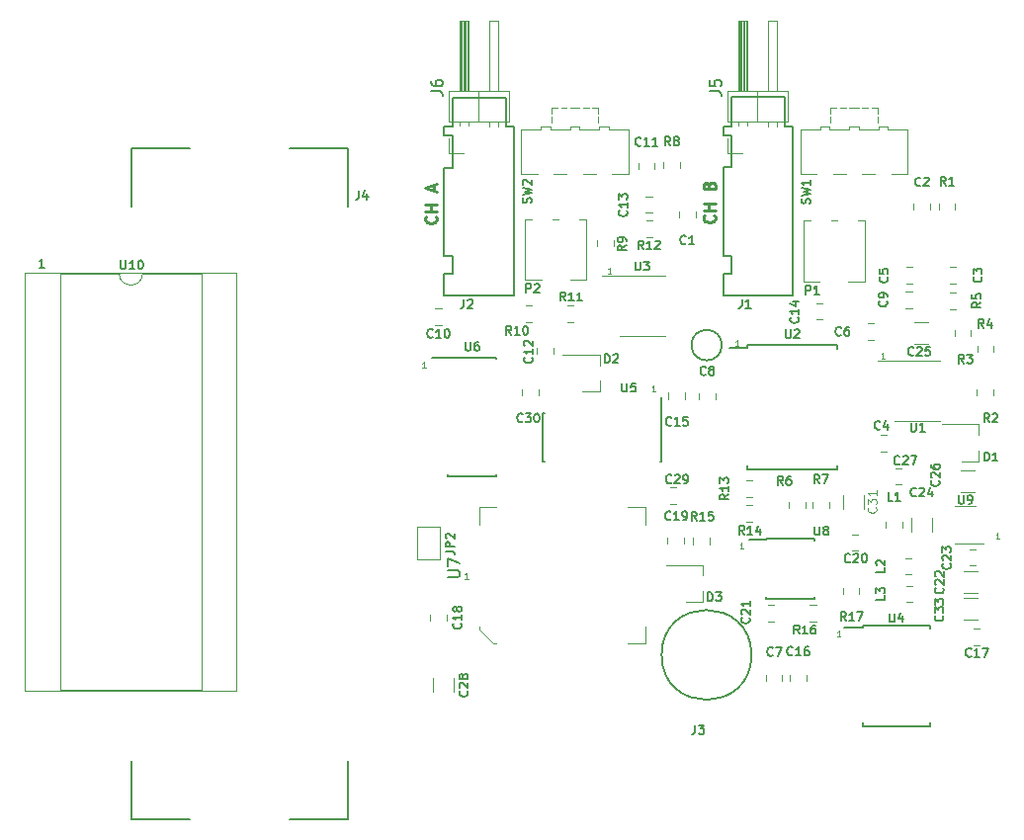
<source format=gbr>
G04 #@! TF.GenerationSoftware,KiCad,Pcbnew,(5.1.6)-1*
G04 #@! TF.CreationDate,2020-06-17T21:22:11+02:00*
G04 #@! TF.ProjectId,GBDSO,47424453-4f2e-46b6-9963-61645f706362,rev?*
G04 #@! TF.SameCoordinates,Original*
G04 #@! TF.FileFunction,Legend,Top*
G04 #@! TF.FilePolarity,Positive*
%FSLAX46Y46*%
G04 Gerber Fmt 4.6, Leading zero omitted, Abs format (unit mm)*
G04 Created by KiCad (PCBNEW (5.1.6)-1) date 2020-06-17 21:22:11*
%MOMM*%
%LPD*%
G01*
G04 APERTURE LIST*
%ADD10C,0.250000*%
%ADD11C,0.125000*%
%ADD12C,0.200000*%
%ADD13C,0.187500*%
%ADD14C,0.120000*%
%ADD15C,0.150000*%
G04 APERTURE END LIST*
D10*
X164568142Y-77498438D02*
X164615761Y-77546057D01*
X164663380Y-77688914D01*
X164663380Y-77784152D01*
X164615761Y-77927009D01*
X164520523Y-78022247D01*
X164425285Y-78069866D01*
X164234809Y-78117485D01*
X164091952Y-78117485D01*
X163901476Y-78069866D01*
X163806238Y-78022247D01*
X163711000Y-77927009D01*
X163663380Y-77784152D01*
X163663380Y-77688914D01*
X163711000Y-77546057D01*
X163758619Y-77498438D01*
X164663380Y-77069866D02*
X163663380Y-77069866D01*
X164139571Y-77069866D02*
X164139571Y-76498438D01*
X164663380Y-76498438D02*
X163663380Y-76498438D01*
X164139571Y-74927009D02*
X164187190Y-74784152D01*
X164234809Y-74736533D01*
X164330047Y-74688914D01*
X164472904Y-74688914D01*
X164568142Y-74736533D01*
X164615761Y-74784152D01*
X164663380Y-74879390D01*
X164663380Y-75260342D01*
X163663380Y-75260342D01*
X163663380Y-74927009D01*
X163711000Y-74831771D01*
X163758619Y-74784152D01*
X163853857Y-74736533D01*
X163949095Y-74736533D01*
X164044333Y-74784152D01*
X164091952Y-74831771D01*
X164139571Y-74927009D01*
X164139571Y-75260342D01*
X140717542Y-77579409D02*
X140765161Y-77627028D01*
X140812780Y-77769885D01*
X140812780Y-77865123D01*
X140765161Y-78007980D01*
X140669923Y-78103219D01*
X140574685Y-78150838D01*
X140384209Y-78198457D01*
X140241352Y-78198457D01*
X140050876Y-78150838D01*
X139955638Y-78103219D01*
X139860400Y-78007980D01*
X139812780Y-77865123D01*
X139812780Y-77769885D01*
X139860400Y-77627028D01*
X139908019Y-77579409D01*
X140812780Y-77150838D02*
X139812780Y-77150838D01*
X140288971Y-77150838D02*
X140288971Y-76579409D01*
X140812780Y-76579409D02*
X139812780Y-76579409D01*
X140527066Y-75388933D02*
X140527066Y-74912742D01*
X140812780Y-75484171D02*
X139812780Y-75150838D01*
X140812780Y-74817504D01*
D11*
X143492857Y-108636190D02*
X143207142Y-108636190D01*
X143350000Y-108636190D02*
X143350000Y-108136190D01*
X143302380Y-108207619D01*
X143254761Y-108255238D01*
X143207142Y-108279047D01*
X175402857Y-113576190D02*
X175117142Y-113576190D01*
X175260000Y-113576190D02*
X175260000Y-113076190D01*
X175212380Y-113147619D01*
X175164761Y-113195238D01*
X175117142Y-113219047D01*
X189002857Y-105206190D02*
X188717142Y-105206190D01*
X188860000Y-105206190D02*
X188860000Y-104706190D01*
X188812380Y-104777619D01*
X188764761Y-104825238D01*
X188717142Y-104849047D01*
X167062857Y-106076190D02*
X166777142Y-106076190D01*
X166920000Y-106076190D02*
X166920000Y-105576190D01*
X166872380Y-105647619D01*
X166824761Y-105695238D01*
X166777142Y-105719047D01*
X179182857Y-89766190D02*
X178897142Y-89766190D01*
X179040000Y-89766190D02*
X179040000Y-89266190D01*
X178992380Y-89337619D01*
X178944761Y-89385238D01*
X178897142Y-89409047D01*
X155762857Y-82486190D02*
X155477142Y-82486190D01*
X155620000Y-82486190D02*
X155620000Y-81986190D01*
X155572380Y-82057619D01*
X155524761Y-82105238D01*
X155477142Y-82129047D01*
X166682857Y-88676190D02*
X166397142Y-88676190D01*
X166540000Y-88676190D02*
X166540000Y-88176190D01*
X166492380Y-88247619D01*
X166444761Y-88295238D01*
X166397142Y-88319047D01*
X159532857Y-92586190D02*
X159247142Y-92586190D01*
X159390000Y-92586190D02*
X159390000Y-92086190D01*
X159342380Y-92157619D01*
X159294761Y-92205238D01*
X159247142Y-92229047D01*
X139852857Y-90546190D02*
X139567142Y-90546190D01*
X139710000Y-90546190D02*
X139710000Y-90046190D01*
X139662380Y-90117619D01*
X139614761Y-90165238D01*
X139567142Y-90189047D01*
D12*
X165233112Y-88630000D02*
G75*
G03*
X165233112Y-88630000I-1303112J0D01*
G01*
D13*
X107204285Y-81989285D02*
X106775714Y-81989285D01*
X106990000Y-81989285D02*
X106990000Y-81239285D01*
X106918571Y-81346428D01*
X106847142Y-81417857D01*
X106775714Y-81453571D01*
D12*
X167770000Y-115170000D02*
G75*
G03*
X167770000Y-115170000I-3850000J0D01*
G01*
D14*
X144455000Y-103980000D02*
X144455000Y-102525000D01*
X144455000Y-102525000D02*
X145910000Y-102525000D01*
X158645000Y-112720000D02*
X158645000Y-114175000D01*
X158645000Y-114175000D02*
X157190000Y-114175000D01*
X158645000Y-103980000D02*
X158645000Y-102525000D01*
X158645000Y-102525000D02*
X157190000Y-102525000D01*
X144455000Y-112720000D02*
X144455000Y-113002782D01*
X144455000Y-113002782D02*
X145627218Y-114175000D01*
X145627218Y-114175000D02*
X145910000Y-114175000D01*
D15*
X141775000Y-89695000D02*
X141775000Y-89720000D01*
X145925000Y-89695000D02*
X145925000Y-89800000D01*
X145925000Y-99845000D02*
X145925000Y-99740000D01*
X141775000Y-99845000D02*
X141775000Y-99740000D01*
X141775000Y-89695000D02*
X145925000Y-89695000D01*
X141775000Y-99845000D02*
X145925000Y-99845000D01*
X141775000Y-89720000D02*
X140400000Y-89720000D01*
D14*
X158394400Y-87827800D02*
X160344400Y-87827800D01*
X158394400Y-87827800D02*
X156444400Y-87827800D01*
X158394400Y-82707800D02*
X160344400Y-82707800D01*
X158394400Y-82707800D02*
X154944400Y-82707800D01*
X181998620Y-95092200D02*
X183948620Y-95092200D01*
X181998620Y-95092200D02*
X180048620Y-95092200D01*
X181998620Y-89972200D02*
X183948620Y-89972200D01*
X181998620Y-89972200D02*
X178548620Y-89972200D01*
X180998748Y-109230000D02*
X181521252Y-109230000D01*
X180998748Y-110650000D02*
X181521252Y-110650000D01*
X181491252Y-108290000D02*
X180968748Y-108290000D01*
X181491252Y-106870000D02*
X180968748Y-106870000D01*
X179260000Y-104301252D02*
X179260000Y-103778748D01*
X180680000Y-104301252D02*
X180680000Y-103778748D01*
X185200000Y-105660000D02*
X187650000Y-105660000D01*
X187000000Y-102440000D02*
X185200000Y-102440000D01*
X172510000Y-116848922D02*
X172510000Y-117366078D01*
X171090000Y-116848922D02*
X171090000Y-117366078D01*
D15*
X165340000Y-80990000D02*
X165340000Y-73390000D01*
X165340000Y-84390000D02*
X165340000Y-82490000D01*
X166040000Y-80990000D02*
X165340000Y-80990000D01*
X166040000Y-82490000D02*
X166040000Y-80990000D01*
X165340000Y-82490000D02*
X166040000Y-82490000D01*
X165340000Y-70640000D02*
X165340000Y-69890000D01*
X166040000Y-73390000D02*
X165340000Y-73390000D01*
X166040000Y-70640000D02*
X166040000Y-73390000D01*
X165340000Y-70640000D02*
X166040000Y-70640000D01*
X171340000Y-84390000D02*
X165340000Y-84390000D01*
X171340000Y-69890000D02*
X171340000Y-84390000D01*
X170640000Y-69890000D02*
X171340000Y-69890000D01*
X170640000Y-67390000D02*
X170640000Y-69890000D01*
X168340000Y-67390000D02*
X170640000Y-67390000D01*
X166040000Y-69890000D02*
X165340000Y-69890000D01*
X166040000Y-67390000D02*
X166040000Y-69890000D01*
X168340000Y-67390000D02*
X166040000Y-67390000D01*
X171340000Y-73390000D02*
X171340000Y-69890000D01*
X141450000Y-81020000D02*
X141450000Y-73420000D01*
X141450000Y-84420000D02*
X141450000Y-82520000D01*
X142150000Y-81020000D02*
X141450000Y-81020000D01*
X142150000Y-82520000D02*
X142150000Y-81020000D01*
X141450000Y-82520000D02*
X142150000Y-82520000D01*
X141450000Y-70670000D02*
X141450000Y-69920000D01*
X142150000Y-73420000D02*
X141450000Y-73420000D01*
X142150000Y-70670000D02*
X142150000Y-73420000D01*
X141450000Y-70670000D02*
X142150000Y-70670000D01*
X147450000Y-84420000D02*
X141450000Y-84420000D01*
X147450000Y-69920000D02*
X147450000Y-84420000D01*
X146750000Y-69920000D02*
X147450000Y-69920000D01*
X146750000Y-67420000D02*
X146750000Y-69920000D01*
X144450000Y-67420000D02*
X146750000Y-67420000D01*
X142150000Y-69920000D02*
X141450000Y-69920000D01*
X142150000Y-67420000D02*
X142150000Y-69920000D01*
X144450000Y-67420000D02*
X142150000Y-67420000D01*
X147450000Y-73420000D02*
X147450000Y-69920000D01*
D14*
X185667936Y-99400000D02*
X186872064Y-99400000D01*
X185667936Y-101220000D02*
X186872064Y-101220000D01*
X186471422Y-107530000D02*
X186988578Y-107530000D01*
X186471422Y-106110000D02*
X186988578Y-106110000D01*
X113609775Y-82483961D02*
X108549775Y-82483961D01*
X108549775Y-82483961D02*
X108549775Y-118163961D01*
X108549775Y-118163961D02*
X120669775Y-118163961D01*
X120669775Y-118163961D02*
X120669775Y-82483961D01*
X120669775Y-82483961D02*
X115609775Y-82483961D01*
X105549775Y-82423961D02*
X105549775Y-118223961D01*
X105549775Y-118223961D02*
X123669775Y-118223961D01*
X123669775Y-118223961D02*
X123669775Y-82423961D01*
X123669775Y-82423961D02*
X105549775Y-82423961D01*
X115609775Y-82483961D02*
G75*
G02*
X113609775Y-82483961I-1000000J0D01*
G01*
X161545200Y-77677778D02*
X161545200Y-77160622D01*
X162965200Y-77677778D02*
X162965200Y-77160622D01*
X181656800Y-77030378D02*
X181656800Y-76513222D01*
X183076800Y-77030378D02*
X183076800Y-76513222D01*
X185261078Y-83350000D02*
X184743922Y-83350000D01*
X185261078Y-81930000D02*
X184743922Y-81930000D01*
X178851422Y-96320000D02*
X179368578Y-96320000D01*
X178851422Y-97740000D02*
X179368578Y-97740000D01*
X181011422Y-81930000D02*
X181528578Y-81930000D01*
X181011422Y-83350000D02*
X181528578Y-83350000D01*
X177767722Y-86770000D02*
X178284878Y-86770000D01*
X177767722Y-88190000D02*
X178284878Y-88190000D01*
X170400000Y-116878922D02*
X170400000Y-117396078D01*
X168980000Y-116878922D02*
X168980000Y-117396078D01*
X163300000Y-93288578D02*
X163300000Y-92771422D01*
X164720000Y-93288578D02*
X164720000Y-92771422D01*
X180993922Y-84060000D02*
X181511078Y-84060000D01*
X180993922Y-85480000D02*
X181511078Y-85480000D01*
X140693922Y-85480000D02*
X141211078Y-85480000D01*
X140693922Y-86900000D02*
X141211078Y-86900000D01*
X159490000Y-73001422D02*
X159490000Y-73518578D01*
X158070000Y-73001422D02*
X158070000Y-73518578D01*
X150830000Y-88871422D02*
X150830000Y-89388578D01*
X149410000Y-88871422D02*
X149410000Y-89388578D01*
X158722768Y-75870521D02*
X159239924Y-75870521D01*
X158722768Y-77290521D02*
X159239924Y-77290521D01*
X173842178Y-86435000D02*
X173325022Y-86435000D01*
X173842178Y-85015000D02*
X173325022Y-85015000D01*
X162050000Y-92713922D02*
X162050000Y-93231078D01*
X160630000Y-92713922D02*
X160630000Y-93231078D01*
X186811422Y-112890000D02*
X187328578Y-112890000D01*
X186811422Y-114310000D02*
X187328578Y-114310000D01*
X141660000Y-111711422D02*
X141660000Y-112228578D01*
X140240000Y-111711422D02*
X140240000Y-112228578D01*
X160590000Y-105671078D02*
X160590000Y-105153922D01*
X162010000Y-105671078D02*
X162010000Y-105153922D01*
X176381422Y-104840000D02*
X176898578Y-104840000D01*
X176381422Y-106260000D02*
X176898578Y-106260000D01*
X169203922Y-110860000D02*
X169721078Y-110860000D01*
X169203922Y-112280000D02*
X169721078Y-112280000D01*
X185947936Y-108010000D02*
X187152064Y-108010000D01*
X185947936Y-109830000D02*
X187152064Y-109830000D01*
X181460000Y-104642064D02*
X181460000Y-103437936D01*
X183280000Y-104642064D02*
X183280000Y-103437936D01*
X182932064Y-88510000D02*
X181727936Y-88510000D01*
X182932064Y-86690000D02*
X181727936Y-86690000D01*
X180121422Y-99170000D02*
X180638578Y-99170000D01*
X180121422Y-100590000D02*
X180638578Y-100590000D01*
X140450000Y-118352064D02*
X140450000Y-117147936D01*
X142270000Y-118352064D02*
X142270000Y-117147936D01*
X160793922Y-100790000D02*
X161311078Y-100790000D01*
X160793922Y-102210000D02*
X161311078Y-102210000D01*
X149560000Y-92411422D02*
X149560000Y-92928578D01*
X148140000Y-92411422D02*
X148140000Y-92928578D01*
X175590000Y-102692064D02*
X175590000Y-101487936D01*
X177410000Y-102692064D02*
X177410000Y-101487936D01*
X185947936Y-110320000D02*
X187152064Y-110320000D01*
X185947936Y-112140000D02*
X187152064Y-112140000D01*
X187230000Y-98570000D02*
X187230000Y-97640000D01*
X187230000Y-95410000D02*
X187230000Y-96340000D01*
X187230000Y-95410000D02*
X184070000Y-95410000D01*
X187230000Y-98570000D02*
X185770000Y-98570000D01*
X154760000Y-92600000D02*
X154760000Y-91670000D01*
X154760000Y-89440000D02*
X154760000Y-90370000D01*
X154760000Y-89440000D02*
X151600000Y-89440000D01*
X154760000Y-92600000D02*
X153300000Y-92600000D01*
X163590000Y-110610000D02*
X162130000Y-110610000D01*
X163590000Y-107450000D02*
X160430000Y-107450000D01*
X163590000Y-107450000D02*
X163590000Y-108380000D01*
X163590000Y-110610000D02*
X163590000Y-109680000D01*
X172220000Y-83170000D02*
X172220000Y-77930000D01*
X177460000Y-83170000D02*
X177460000Y-77930000D01*
X172220000Y-83170000D02*
X173600000Y-83170000D01*
X176080000Y-83170000D02*
X177460000Y-83170000D01*
X172220000Y-77930000D02*
X172801000Y-77930000D01*
X174580000Y-77930000D02*
X175100000Y-77930000D01*
X176880000Y-77930000D02*
X177460000Y-77930000D01*
X148380000Y-83065000D02*
X148380000Y-77825000D01*
X153620000Y-83065000D02*
X153620000Y-77825000D01*
X148380000Y-83065000D02*
X149760000Y-83065000D01*
X152240000Y-83065000D02*
X153620000Y-83065000D01*
X148380000Y-77825000D02*
X148961000Y-77825000D01*
X150740000Y-77825000D02*
X151260000Y-77825000D01*
X153040000Y-77825000D02*
X153620000Y-77825000D01*
X183796800Y-77030378D02*
X183796800Y-76513222D01*
X185216800Y-77030378D02*
X185216800Y-76513222D01*
X188510000Y-92388922D02*
X188510000Y-92906078D01*
X187090000Y-92388922D02*
X187090000Y-92906078D01*
X186570000Y-87373922D02*
X186570000Y-87891078D01*
X185150000Y-87373922D02*
X185150000Y-87891078D01*
X188530000Y-88723922D02*
X188530000Y-89241078D01*
X187110000Y-88723922D02*
X187110000Y-89241078D01*
X184733922Y-84120000D02*
X185251078Y-84120000D01*
X184733922Y-85540000D02*
X185251078Y-85540000D01*
X170941823Y-102588578D02*
X170941823Y-102071422D01*
X172361823Y-102588578D02*
X172361823Y-102071422D01*
X173020000Y-102566078D02*
X173020000Y-102048922D01*
X174440000Y-102566078D02*
X174440000Y-102048922D01*
X160240000Y-73488578D02*
X160240000Y-72971422D01*
X161660000Y-73488578D02*
X161660000Y-72971422D01*
X154560000Y-80158578D02*
X154560000Y-79641422D01*
X155980000Y-80158578D02*
X155980000Y-79641422D01*
X148413922Y-85240000D02*
X148931078Y-85240000D01*
X148413922Y-86660000D02*
X148931078Y-86660000D01*
X152488578Y-86660000D02*
X151971422Y-86660000D01*
X152488578Y-85240000D02*
X151971422Y-85240000D01*
X159259924Y-79380521D02*
X158742768Y-79380521D01*
X159259924Y-77960521D02*
X158742768Y-77960521D01*
X167341422Y-100240000D02*
X167858578Y-100240000D01*
X167341422Y-101660000D02*
X167858578Y-101660000D01*
X167341422Y-102340000D02*
X167858578Y-102340000D01*
X167341422Y-103760000D02*
X167858578Y-103760000D01*
X162750000Y-105678578D02*
X162750000Y-105161422D01*
X164170000Y-105678578D02*
X164170000Y-105161422D01*
X173296078Y-112280000D02*
X172778922Y-112280000D01*
X173296078Y-110860000D02*
X172778922Y-110860000D01*
X177010000Y-109451422D02*
X177010000Y-109968578D01*
X175590000Y-109451422D02*
X175590000Y-109968578D01*
X176950000Y-68270000D02*
X176950000Y-68270000D01*
X176150000Y-68270000D02*
X176950000Y-68270000D01*
X175850000Y-68270000D02*
X175850000Y-68270000D01*
X175350000Y-68270000D02*
X175850000Y-68270000D01*
X177250000Y-68270000D02*
X177250000Y-68270000D01*
X177750000Y-68270000D02*
X177250000Y-68270000D01*
X178550000Y-69570000D02*
X178550000Y-69570000D01*
X178550000Y-69070000D02*
X178550000Y-69570000D01*
X174550000Y-69570000D02*
X174550000Y-69570000D01*
X174550000Y-69070000D02*
X174550000Y-69570000D01*
X174550000Y-68770000D02*
X174550000Y-68770000D01*
X174550000Y-68270000D02*
X174550000Y-68770000D01*
X175050000Y-68270000D02*
X175050000Y-68270000D01*
X174550000Y-68270000D02*
X175050000Y-68270000D01*
X178050000Y-68270000D02*
X178050000Y-68270000D01*
X178550000Y-68270000D02*
X178050000Y-68270000D01*
X178550000Y-68770000D02*
X178550000Y-68770000D01*
X178550000Y-68270000D02*
X178550000Y-68770000D01*
X181150000Y-70170000D02*
X181150000Y-70170000D01*
X179450000Y-70170000D02*
X181150000Y-70170000D01*
X179450000Y-69870000D02*
X179450000Y-70170000D01*
X178650000Y-69870000D02*
X179450000Y-69870000D01*
X178650000Y-70170000D02*
X178650000Y-69870000D01*
X176950000Y-70170000D02*
X178650000Y-70170000D01*
X176950000Y-69870000D02*
X176950000Y-70170000D01*
X176150000Y-69870000D02*
X176950000Y-69870000D01*
X176150000Y-70170000D02*
X176150000Y-69870000D01*
X174450000Y-70170000D02*
X176150000Y-70170000D01*
X174450000Y-69870000D02*
X174450000Y-70170000D01*
X173650000Y-69870000D02*
X174450000Y-69870000D01*
X173650000Y-70170000D02*
X173650000Y-69870000D01*
X171950000Y-70170000D02*
X173650000Y-70170000D01*
X178350000Y-73970000D02*
X178350000Y-73970000D01*
X177250000Y-73970000D02*
X178350000Y-73970000D01*
X175850000Y-73970000D02*
X175850000Y-73970000D01*
X174750000Y-73970000D02*
X175850000Y-73970000D01*
X181150000Y-73970000D02*
X179750000Y-73970000D01*
X181150000Y-70170000D02*
X181150000Y-73970000D01*
X171950000Y-73970000D02*
X171950000Y-70170000D01*
X173350000Y-73970000D02*
X171950000Y-73970000D01*
X153050000Y-68270000D02*
X153050000Y-68270000D01*
X152250000Y-68270000D02*
X153050000Y-68270000D01*
X151950000Y-68270000D02*
X151950000Y-68270000D01*
X151450000Y-68270000D02*
X151950000Y-68270000D01*
X153350000Y-68270000D02*
X153350000Y-68270000D01*
X153850000Y-68270000D02*
X153350000Y-68270000D01*
X154650000Y-69570000D02*
X154650000Y-69570000D01*
X154650000Y-69070000D02*
X154650000Y-69570000D01*
X150650000Y-69570000D02*
X150650000Y-69570000D01*
X150650000Y-69070000D02*
X150650000Y-69570000D01*
X150650000Y-68770000D02*
X150650000Y-68770000D01*
X150650000Y-68270000D02*
X150650000Y-68770000D01*
X151150000Y-68270000D02*
X151150000Y-68270000D01*
X150650000Y-68270000D02*
X151150000Y-68270000D01*
X154150000Y-68270000D02*
X154150000Y-68270000D01*
X154650000Y-68270000D02*
X154150000Y-68270000D01*
X154650000Y-68770000D02*
X154650000Y-68770000D01*
X154650000Y-68270000D02*
X154650000Y-68770000D01*
X157250000Y-70170000D02*
X157250000Y-70170000D01*
X155550000Y-70170000D02*
X157250000Y-70170000D01*
X155550000Y-69870000D02*
X155550000Y-70170000D01*
X154750000Y-69870000D02*
X155550000Y-69870000D01*
X154750000Y-70170000D02*
X154750000Y-69870000D01*
X153050000Y-70170000D02*
X154750000Y-70170000D01*
X153050000Y-69870000D02*
X153050000Y-70170000D01*
X152250000Y-69870000D02*
X153050000Y-69870000D01*
X152250000Y-70170000D02*
X152250000Y-69870000D01*
X150550000Y-70170000D02*
X152250000Y-70170000D01*
X150550000Y-69870000D02*
X150550000Y-70170000D01*
X149750000Y-69870000D02*
X150550000Y-69870000D01*
X149750000Y-70170000D02*
X149750000Y-69870000D01*
X148050000Y-70170000D02*
X149750000Y-70170000D01*
X154450000Y-73970000D02*
X154450000Y-73970000D01*
X153350000Y-73970000D02*
X154450000Y-73970000D01*
X151950000Y-73970000D02*
X151950000Y-73970000D01*
X150850000Y-73970000D02*
X151950000Y-73970000D01*
X157250000Y-73970000D02*
X155850000Y-73970000D01*
X157250000Y-70170000D02*
X157250000Y-73970000D01*
X148050000Y-73970000D02*
X148050000Y-70170000D01*
X149450000Y-73970000D02*
X148050000Y-73970000D01*
D15*
X160070000Y-94465000D02*
X160045000Y-94465000D01*
X160070000Y-98615000D02*
X159965000Y-98615000D01*
X149920000Y-98615000D02*
X150025000Y-98615000D01*
X149920000Y-94465000D02*
X150025000Y-94465000D01*
X160070000Y-94465000D02*
X160070000Y-98615000D01*
X149920000Y-94465000D02*
X149920000Y-98615000D01*
X160045000Y-94465000D02*
X160045000Y-93090000D01*
X169000000Y-105220000D02*
X169000000Y-105270000D01*
X173150000Y-105220000D02*
X173150000Y-105365000D01*
X173150000Y-110370000D02*
X173150000Y-110225000D01*
X169000000Y-110370000D02*
X169000000Y-110225000D01*
X169000000Y-105220000D02*
X173150000Y-105220000D01*
X169000000Y-110370000D02*
X173150000Y-110370000D01*
X169000000Y-105270000D02*
X167600000Y-105270000D01*
D14*
X141110000Y-106950000D02*
X139110000Y-106950000D01*
X141110000Y-104150000D02*
X141110000Y-106950000D01*
X139110000Y-104150000D02*
X141110000Y-104150000D01*
X139110000Y-106950000D02*
X139110000Y-104150000D01*
D15*
X114690000Y-71740000D02*
X119690000Y-71740000D01*
X114690000Y-76740000D02*
X114690000Y-71740000D01*
X133190000Y-76740000D02*
X133190000Y-71740000D01*
X133190000Y-71740000D02*
X128190000Y-71740000D01*
X114690000Y-129240000D02*
X114690000Y-124240000D01*
X114690000Y-129240000D02*
X119690000Y-129240000D01*
X133190000Y-129240000D02*
X128190000Y-129240000D01*
X133190000Y-129240000D02*
X133190000Y-124240000D01*
D14*
X165690000Y-69500000D02*
X170890000Y-69500000D01*
X170890000Y-69500000D02*
X170890000Y-66840000D01*
X170890000Y-66840000D02*
X165690000Y-66840000D01*
X165690000Y-66840000D02*
X165690000Y-69500000D01*
X166640000Y-66840000D02*
X166640000Y-60840000D01*
X166640000Y-60840000D02*
X167400000Y-60840000D01*
X167400000Y-60840000D02*
X167400000Y-66840000D01*
X166700000Y-66840000D02*
X166700000Y-60840000D01*
X166820000Y-66840000D02*
X166820000Y-60840000D01*
X166940000Y-66840000D02*
X166940000Y-60840000D01*
X167060000Y-66840000D02*
X167060000Y-60840000D01*
X167180000Y-66840000D02*
X167180000Y-60840000D01*
X167300000Y-66840000D02*
X167300000Y-60840000D01*
X166640000Y-69830000D02*
X166640000Y-69500000D01*
X167400000Y-69830000D02*
X167400000Y-69500000D01*
X168290000Y-69500000D02*
X168290000Y-66840000D01*
X169180000Y-66840000D02*
X169180000Y-60840000D01*
X169180000Y-60840000D02*
X169940000Y-60840000D01*
X169940000Y-60840000D02*
X169940000Y-66840000D01*
X169180000Y-69897071D02*
X169180000Y-69500000D01*
X169940000Y-69897071D02*
X169940000Y-69500000D01*
X167020000Y-72210000D02*
X165750000Y-72210000D01*
X165750000Y-72210000D02*
X165750000Y-70940000D01*
X141820000Y-69500000D02*
X147020000Y-69500000D01*
X147020000Y-69500000D02*
X147020000Y-66840000D01*
X147020000Y-66840000D02*
X141820000Y-66840000D01*
X141820000Y-66840000D02*
X141820000Y-69500000D01*
X142770000Y-66840000D02*
X142770000Y-60840000D01*
X142770000Y-60840000D02*
X143530000Y-60840000D01*
X143530000Y-60840000D02*
X143530000Y-66840000D01*
X142830000Y-66840000D02*
X142830000Y-60840000D01*
X142950000Y-66840000D02*
X142950000Y-60840000D01*
X143070000Y-66840000D02*
X143070000Y-60840000D01*
X143190000Y-66840000D02*
X143190000Y-60840000D01*
X143310000Y-66840000D02*
X143310000Y-60840000D01*
X143430000Y-66840000D02*
X143430000Y-60840000D01*
X142770000Y-69830000D02*
X142770000Y-69500000D01*
X143530000Y-69830000D02*
X143530000Y-69500000D01*
X144420000Y-69500000D02*
X144420000Y-66840000D01*
X145310000Y-66840000D02*
X145310000Y-60840000D01*
X145310000Y-60840000D02*
X146070000Y-60840000D01*
X146070000Y-60840000D02*
X146070000Y-66840000D01*
X145310000Y-69897071D02*
X145310000Y-69500000D01*
X146070000Y-69897071D02*
X146070000Y-69500000D01*
X143150000Y-72210000D02*
X141880000Y-72210000D01*
X141880000Y-72210000D02*
X141880000Y-70940000D01*
D15*
X167395000Y-88630000D02*
X167395000Y-88905000D01*
X175145000Y-88630000D02*
X175145000Y-88985000D01*
X175145000Y-99280000D02*
X175145000Y-98925000D01*
X167395000Y-99280000D02*
X167395000Y-98925000D01*
X167395000Y-88630000D02*
X175145000Y-88630000D01*
X167395000Y-99280000D02*
X175145000Y-99280000D01*
X167395000Y-88905000D02*
X165870000Y-88905000D01*
X177325000Y-112840000D02*
X175725000Y-112840000D01*
X177325000Y-121265000D02*
X183075000Y-121265000D01*
X177325000Y-112615000D02*
X183075000Y-112615000D01*
X177325000Y-121265000D02*
X177325000Y-120965000D01*
X183075000Y-121265000D02*
X183075000Y-120965000D01*
X183075000Y-112615000D02*
X183075000Y-112915000D01*
X177325000Y-112615000D02*
X177325000Y-112840000D01*
X141777100Y-108502304D02*
X142586624Y-108502304D01*
X142681862Y-108454685D01*
X142729481Y-108407066D01*
X142777100Y-108311828D01*
X142777100Y-108121352D01*
X142729481Y-108026114D01*
X142681862Y-107978495D01*
X142586624Y-107930876D01*
X141777100Y-107930876D01*
X141777100Y-107549923D02*
X141777100Y-106883257D01*
X142777100Y-107311828D01*
X143278571Y-88359285D02*
X143278571Y-88966428D01*
X143314285Y-89037857D01*
X143350000Y-89073571D01*
X143421428Y-89109285D01*
X143564285Y-89109285D01*
X143635714Y-89073571D01*
X143671428Y-89037857D01*
X143707142Y-88966428D01*
X143707142Y-88359285D01*
X144385714Y-88359285D02*
X144242857Y-88359285D01*
X144171428Y-88395000D01*
X144135714Y-88430714D01*
X144064285Y-88537857D01*
X144028571Y-88680714D01*
X144028571Y-88966428D01*
X144064285Y-89037857D01*
X144100000Y-89073571D01*
X144171428Y-89109285D01*
X144314285Y-89109285D01*
X144385714Y-89073571D01*
X144421428Y-89037857D01*
X144457142Y-88966428D01*
X144457142Y-88787857D01*
X144421428Y-88716428D01*
X144385714Y-88680714D01*
X144314285Y-88645000D01*
X144171428Y-88645000D01*
X144100000Y-88680714D01*
X144064285Y-88716428D01*
X144028571Y-88787857D01*
X157822971Y-81457085D02*
X157822971Y-82064228D01*
X157858685Y-82135657D01*
X157894400Y-82171371D01*
X157965828Y-82207085D01*
X158108685Y-82207085D01*
X158180114Y-82171371D01*
X158215828Y-82135657D01*
X158251542Y-82064228D01*
X158251542Y-81457085D01*
X158537257Y-81457085D02*
X159001542Y-81457085D01*
X158751542Y-81742800D01*
X158858685Y-81742800D01*
X158930114Y-81778514D01*
X158965828Y-81814228D01*
X159001542Y-81885657D01*
X159001542Y-82064228D01*
X158965828Y-82135657D01*
X158930114Y-82171371D01*
X158858685Y-82207085D01*
X158644400Y-82207085D01*
X158572971Y-82171371D01*
X158537257Y-82135657D01*
X181444971Y-95296485D02*
X181444971Y-95903628D01*
X181480685Y-95975057D01*
X181516400Y-96010771D01*
X181587828Y-96046485D01*
X181730685Y-96046485D01*
X181802114Y-96010771D01*
X181837828Y-95975057D01*
X181873542Y-95903628D01*
X181873542Y-95296485D01*
X182623542Y-96046485D02*
X182194971Y-96046485D01*
X182409257Y-96046485D02*
X182409257Y-95296485D01*
X182337828Y-95403628D01*
X182266400Y-95475057D01*
X182194971Y-95510771D01*
X179189285Y-110065000D02*
X179189285Y-110422142D01*
X178439285Y-110422142D01*
X178439285Y-109886428D02*
X178439285Y-109422142D01*
X178725000Y-109672142D01*
X178725000Y-109565000D01*
X178760714Y-109493571D01*
X178796428Y-109457857D01*
X178867857Y-109422142D01*
X179046428Y-109422142D01*
X179117857Y-109457857D01*
X179153571Y-109493571D01*
X179189285Y-109565000D01*
X179189285Y-109779285D01*
X179153571Y-109850714D01*
X179117857Y-109886428D01*
X179189285Y-107685000D02*
X179189285Y-108042142D01*
X178439285Y-108042142D01*
X178510714Y-107470714D02*
X178475000Y-107435000D01*
X178439285Y-107363571D01*
X178439285Y-107185000D01*
X178475000Y-107113571D01*
X178510714Y-107077857D01*
X178582142Y-107042142D01*
X178653571Y-107042142D01*
X178760714Y-107077857D01*
X179189285Y-107506428D01*
X179189285Y-107042142D01*
X179855000Y-101979285D02*
X179497857Y-101979285D01*
X179497857Y-101229285D01*
X180497857Y-101979285D02*
X180069285Y-101979285D01*
X180283571Y-101979285D02*
X180283571Y-101229285D01*
X180212142Y-101336428D01*
X180140714Y-101407857D01*
X180069285Y-101443571D01*
X185518571Y-101479285D02*
X185518571Y-102086428D01*
X185554285Y-102157857D01*
X185590000Y-102193571D01*
X185661428Y-102229285D01*
X185804285Y-102229285D01*
X185875714Y-102193571D01*
X185911428Y-102157857D01*
X185947142Y-102086428D01*
X185947142Y-101479285D01*
X186340000Y-102229285D02*
X186482857Y-102229285D01*
X186554285Y-102193571D01*
X186590000Y-102157857D01*
X186661428Y-102050714D01*
X186697142Y-101907857D01*
X186697142Y-101622142D01*
X186661428Y-101550714D01*
X186625714Y-101515000D01*
X186554285Y-101479285D01*
X186411428Y-101479285D01*
X186340000Y-101515000D01*
X186304285Y-101550714D01*
X186268571Y-101622142D01*
X186268571Y-101800714D01*
X186304285Y-101872142D01*
X186340000Y-101907857D01*
X186411428Y-101943571D01*
X186554285Y-101943571D01*
X186625714Y-101907857D01*
X186661428Y-101872142D01*
X186697142Y-101800714D01*
X171287857Y-115152857D02*
X171252142Y-115188571D01*
X171145000Y-115224285D01*
X171073571Y-115224285D01*
X170966428Y-115188571D01*
X170895000Y-115117142D01*
X170859285Y-115045714D01*
X170823571Y-114902857D01*
X170823571Y-114795714D01*
X170859285Y-114652857D01*
X170895000Y-114581428D01*
X170966428Y-114510000D01*
X171073571Y-114474285D01*
X171145000Y-114474285D01*
X171252142Y-114510000D01*
X171287857Y-114545714D01*
X172002142Y-115224285D02*
X171573571Y-115224285D01*
X171787857Y-115224285D02*
X171787857Y-114474285D01*
X171716428Y-114581428D01*
X171645000Y-114652857D01*
X171573571Y-114688571D01*
X172645000Y-114474285D02*
X172502142Y-114474285D01*
X172430714Y-114510000D01*
X172395000Y-114545714D01*
X172323571Y-114652857D01*
X172287857Y-114795714D01*
X172287857Y-115081428D01*
X172323571Y-115152857D01*
X172359285Y-115188571D01*
X172430714Y-115224285D01*
X172573571Y-115224285D01*
X172645000Y-115188571D01*
X172680714Y-115152857D01*
X172716428Y-115081428D01*
X172716428Y-114902857D01*
X172680714Y-114831428D01*
X172645000Y-114795714D01*
X172573571Y-114760000D01*
X172430714Y-114760000D01*
X172359285Y-114795714D01*
X172323571Y-114831428D01*
X172287857Y-114902857D01*
X166958200Y-84704685D02*
X166958200Y-85240400D01*
X166922485Y-85347542D01*
X166851057Y-85418971D01*
X166743914Y-85454685D01*
X166672485Y-85454685D01*
X167708200Y-85454685D02*
X167279628Y-85454685D01*
X167493914Y-85454685D02*
X167493914Y-84704685D01*
X167422485Y-84811828D01*
X167351057Y-84883257D01*
X167279628Y-84918971D01*
X143133000Y-84704685D02*
X143133000Y-85240400D01*
X143097285Y-85347542D01*
X143025857Y-85418971D01*
X142918714Y-85454685D01*
X142847285Y-85454685D01*
X143454428Y-84776114D02*
X143490142Y-84740400D01*
X143561571Y-84704685D01*
X143740142Y-84704685D01*
X143811571Y-84740400D01*
X143847285Y-84776114D01*
X143883000Y-84847542D01*
X143883000Y-84918971D01*
X143847285Y-85026114D01*
X143418714Y-85454685D01*
X143883000Y-85454685D01*
X183807857Y-100242142D02*
X183843571Y-100277857D01*
X183879285Y-100385000D01*
X183879285Y-100456428D01*
X183843571Y-100563571D01*
X183772142Y-100635000D01*
X183700714Y-100670714D01*
X183557857Y-100706428D01*
X183450714Y-100706428D01*
X183307857Y-100670714D01*
X183236428Y-100635000D01*
X183165000Y-100563571D01*
X183129285Y-100456428D01*
X183129285Y-100385000D01*
X183165000Y-100277857D01*
X183200714Y-100242142D01*
X183200714Y-99956428D02*
X183165000Y-99920714D01*
X183129285Y-99849285D01*
X183129285Y-99670714D01*
X183165000Y-99599285D01*
X183200714Y-99563571D01*
X183272142Y-99527857D01*
X183343571Y-99527857D01*
X183450714Y-99563571D01*
X183879285Y-99992142D01*
X183879285Y-99527857D01*
X183129285Y-98885000D02*
X183129285Y-99027857D01*
X183165000Y-99099285D01*
X183200714Y-99135000D01*
X183307857Y-99206428D01*
X183450714Y-99242142D01*
X183736428Y-99242142D01*
X183807857Y-99206428D01*
X183843571Y-99170714D01*
X183879285Y-99099285D01*
X183879285Y-98956428D01*
X183843571Y-98885000D01*
X183807857Y-98849285D01*
X183736428Y-98813571D01*
X183557857Y-98813571D01*
X183486428Y-98849285D01*
X183450714Y-98885000D01*
X183415000Y-98956428D01*
X183415000Y-99099285D01*
X183450714Y-99170714D01*
X183486428Y-99206428D01*
X183557857Y-99242142D01*
X184777857Y-107332142D02*
X184813571Y-107367857D01*
X184849285Y-107475000D01*
X184849285Y-107546428D01*
X184813571Y-107653571D01*
X184742142Y-107725000D01*
X184670714Y-107760714D01*
X184527857Y-107796428D01*
X184420714Y-107796428D01*
X184277857Y-107760714D01*
X184206428Y-107725000D01*
X184135000Y-107653571D01*
X184099285Y-107546428D01*
X184099285Y-107475000D01*
X184135000Y-107367857D01*
X184170714Y-107332142D01*
X184170714Y-107046428D02*
X184135000Y-107010714D01*
X184099285Y-106939285D01*
X184099285Y-106760714D01*
X184135000Y-106689285D01*
X184170714Y-106653571D01*
X184242142Y-106617857D01*
X184313571Y-106617857D01*
X184420714Y-106653571D01*
X184849285Y-107082142D01*
X184849285Y-106617857D01*
X184099285Y-106367857D02*
X184099285Y-105903571D01*
X184385000Y-106153571D01*
X184385000Y-106046428D01*
X184420714Y-105975000D01*
X184456428Y-105939285D01*
X184527857Y-105903571D01*
X184706428Y-105903571D01*
X184777857Y-105939285D01*
X184813571Y-105975000D01*
X184849285Y-106046428D01*
X184849285Y-106260714D01*
X184813571Y-106332142D01*
X184777857Y-106367857D01*
X113751203Y-81363246D02*
X113751203Y-81970389D01*
X113786917Y-82041818D01*
X113822632Y-82077532D01*
X113894060Y-82113246D01*
X114036917Y-82113246D01*
X114108346Y-82077532D01*
X114144060Y-82041818D01*
X114179775Y-81970389D01*
X114179775Y-81363246D01*
X114929775Y-82113246D02*
X114501203Y-82113246D01*
X114715489Y-82113246D02*
X114715489Y-81363246D01*
X114644060Y-81470389D01*
X114572632Y-81541818D01*
X114501203Y-81577532D01*
X115394060Y-81363246D02*
X115465489Y-81363246D01*
X115536917Y-81398961D01*
X115572632Y-81434675D01*
X115608346Y-81506103D01*
X115644060Y-81648961D01*
X115644060Y-81827532D01*
X115608346Y-81970389D01*
X115572632Y-82041818D01*
X115536917Y-82077532D01*
X115465489Y-82113246D01*
X115394060Y-82113246D01*
X115322632Y-82077532D01*
X115286917Y-82041818D01*
X115251203Y-81970389D01*
X115215489Y-81827532D01*
X115215489Y-81648961D01*
X115251203Y-81506103D01*
X115286917Y-81434675D01*
X115322632Y-81398961D01*
X115394060Y-81363246D01*
X162960000Y-121179285D02*
X162960000Y-121715000D01*
X162924285Y-121822142D01*
X162852857Y-121893571D01*
X162745714Y-121929285D01*
X162674285Y-121929285D01*
X163245714Y-121179285D02*
X163710000Y-121179285D01*
X163460000Y-121465000D01*
X163567142Y-121465000D01*
X163638571Y-121500714D01*
X163674285Y-121536428D01*
X163710000Y-121607857D01*
X163710000Y-121786428D01*
X163674285Y-121857857D01*
X163638571Y-121893571D01*
X163567142Y-121929285D01*
X163352857Y-121929285D01*
X163281428Y-121893571D01*
X163245714Y-121857857D01*
X162150200Y-79917057D02*
X162114485Y-79952771D01*
X162007342Y-79988485D01*
X161935914Y-79988485D01*
X161828771Y-79952771D01*
X161757342Y-79881342D01*
X161721628Y-79809914D01*
X161685914Y-79667057D01*
X161685914Y-79559914D01*
X161721628Y-79417057D01*
X161757342Y-79345628D01*
X161828771Y-79274200D01*
X161935914Y-79238485D01*
X162007342Y-79238485D01*
X162114485Y-79274200D01*
X162150200Y-79309914D01*
X162864485Y-79988485D02*
X162435914Y-79988485D01*
X162650200Y-79988485D02*
X162650200Y-79238485D01*
X162578771Y-79345628D01*
X162507342Y-79417057D01*
X162435914Y-79452771D01*
X182261800Y-74949657D02*
X182226085Y-74985371D01*
X182118942Y-75021085D01*
X182047514Y-75021085D01*
X181940371Y-74985371D01*
X181868942Y-74913942D01*
X181833228Y-74842514D01*
X181797514Y-74699657D01*
X181797514Y-74592514D01*
X181833228Y-74449657D01*
X181868942Y-74378228D01*
X181940371Y-74306800D01*
X182047514Y-74271085D01*
X182118942Y-74271085D01*
X182226085Y-74306800D01*
X182261800Y-74342514D01*
X182547514Y-74342514D02*
X182583228Y-74306800D01*
X182654657Y-74271085D01*
X182833228Y-74271085D01*
X182904657Y-74306800D01*
X182940371Y-74342514D01*
X182976085Y-74413942D01*
X182976085Y-74485371D01*
X182940371Y-74592514D01*
X182511800Y-75021085D01*
X182976085Y-75021085D01*
X187437857Y-82765000D02*
X187473571Y-82800714D01*
X187509285Y-82907857D01*
X187509285Y-82979285D01*
X187473571Y-83086428D01*
X187402142Y-83157857D01*
X187330714Y-83193571D01*
X187187857Y-83229285D01*
X187080714Y-83229285D01*
X186937857Y-83193571D01*
X186866428Y-83157857D01*
X186795000Y-83086428D01*
X186759285Y-82979285D01*
X186759285Y-82907857D01*
X186795000Y-82800714D01*
X186830714Y-82765000D01*
X186759285Y-82515000D02*
X186759285Y-82050714D01*
X187045000Y-82300714D01*
X187045000Y-82193571D01*
X187080714Y-82122142D01*
X187116428Y-82086428D01*
X187187857Y-82050714D01*
X187366428Y-82050714D01*
X187437857Y-82086428D01*
X187473571Y-82122142D01*
X187509285Y-82193571D01*
X187509285Y-82407857D01*
X187473571Y-82479285D01*
X187437857Y-82515000D01*
X178795000Y-95797857D02*
X178759285Y-95833571D01*
X178652142Y-95869285D01*
X178580714Y-95869285D01*
X178473571Y-95833571D01*
X178402142Y-95762142D01*
X178366428Y-95690714D01*
X178330714Y-95547857D01*
X178330714Y-95440714D01*
X178366428Y-95297857D01*
X178402142Y-95226428D01*
X178473571Y-95155000D01*
X178580714Y-95119285D01*
X178652142Y-95119285D01*
X178759285Y-95155000D01*
X178795000Y-95190714D01*
X179437857Y-95369285D02*
X179437857Y-95869285D01*
X179259285Y-95083571D02*
X179080714Y-95619285D01*
X179545000Y-95619285D01*
X179397857Y-82795000D02*
X179433571Y-82830714D01*
X179469285Y-82937857D01*
X179469285Y-83009285D01*
X179433571Y-83116428D01*
X179362142Y-83187857D01*
X179290714Y-83223571D01*
X179147857Y-83259285D01*
X179040714Y-83259285D01*
X178897857Y-83223571D01*
X178826428Y-83187857D01*
X178755000Y-83116428D01*
X178719285Y-83009285D01*
X178719285Y-82937857D01*
X178755000Y-82830714D01*
X178790714Y-82795000D01*
X178719285Y-82116428D02*
X178719285Y-82473571D01*
X179076428Y-82509285D01*
X179040714Y-82473571D01*
X179005000Y-82402142D01*
X179005000Y-82223571D01*
X179040714Y-82152142D01*
X179076428Y-82116428D01*
X179147857Y-82080714D01*
X179326428Y-82080714D01*
X179397857Y-82116428D01*
X179433571Y-82152142D01*
X179469285Y-82223571D01*
X179469285Y-82402142D01*
X179433571Y-82473571D01*
X179397857Y-82509285D01*
X175448800Y-87747857D02*
X175413085Y-87783571D01*
X175305942Y-87819285D01*
X175234514Y-87819285D01*
X175127371Y-87783571D01*
X175055942Y-87712142D01*
X175020228Y-87640714D01*
X174984514Y-87497857D01*
X174984514Y-87390714D01*
X175020228Y-87247857D01*
X175055942Y-87176428D01*
X175127371Y-87105000D01*
X175234514Y-87069285D01*
X175305942Y-87069285D01*
X175413085Y-87105000D01*
X175448800Y-87140714D01*
X176091657Y-87069285D02*
X175948800Y-87069285D01*
X175877371Y-87105000D01*
X175841657Y-87140714D01*
X175770228Y-87247857D01*
X175734514Y-87390714D01*
X175734514Y-87676428D01*
X175770228Y-87747857D01*
X175805942Y-87783571D01*
X175877371Y-87819285D01*
X176020228Y-87819285D01*
X176091657Y-87783571D01*
X176127371Y-87747857D01*
X176163085Y-87676428D01*
X176163085Y-87497857D01*
X176127371Y-87426428D01*
X176091657Y-87390714D01*
X176020228Y-87355000D01*
X175877371Y-87355000D01*
X175805942Y-87390714D01*
X175770228Y-87426428D01*
X175734514Y-87497857D01*
X169585000Y-115192857D02*
X169549285Y-115228571D01*
X169442142Y-115264285D01*
X169370714Y-115264285D01*
X169263571Y-115228571D01*
X169192142Y-115157142D01*
X169156428Y-115085714D01*
X169120714Y-114942857D01*
X169120714Y-114835714D01*
X169156428Y-114692857D01*
X169192142Y-114621428D01*
X169263571Y-114550000D01*
X169370714Y-114514285D01*
X169442142Y-114514285D01*
X169549285Y-114550000D01*
X169585000Y-114585714D01*
X169835000Y-114514285D02*
X170335000Y-114514285D01*
X170013571Y-115264285D01*
X163855000Y-91125357D02*
X163819285Y-91161071D01*
X163712142Y-91196785D01*
X163640714Y-91196785D01*
X163533571Y-91161071D01*
X163462142Y-91089642D01*
X163426428Y-91018214D01*
X163390714Y-90875357D01*
X163390714Y-90768214D01*
X163426428Y-90625357D01*
X163462142Y-90553928D01*
X163533571Y-90482500D01*
X163640714Y-90446785D01*
X163712142Y-90446785D01*
X163819285Y-90482500D01*
X163855000Y-90518214D01*
X164283571Y-90768214D02*
X164212142Y-90732500D01*
X164176428Y-90696785D01*
X164140714Y-90625357D01*
X164140714Y-90589642D01*
X164176428Y-90518214D01*
X164212142Y-90482500D01*
X164283571Y-90446785D01*
X164426428Y-90446785D01*
X164497857Y-90482500D01*
X164533571Y-90518214D01*
X164569285Y-90589642D01*
X164569285Y-90625357D01*
X164533571Y-90696785D01*
X164497857Y-90732500D01*
X164426428Y-90768214D01*
X164283571Y-90768214D01*
X164212142Y-90803928D01*
X164176428Y-90839642D01*
X164140714Y-90911071D01*
X164140714Y-91053928D01*
X164176428Y-91125357D01*
X164212142Y-91161071D01*
X164283571Y-91196785D01*
X164426428Y-91196785D01*
X164497857Y-91161071D01*
X164533571Y-91125357D01*
X164569285Y-91053928D01*
X164569285Y-90911071D01*
X164533571Y-90839642D01*
X164497857Y-90803928D01*
X164426428Y-90768214D01*
X179337857Y-84855000D02*
X179373571Y-84890714D01*
X179409285Y-84997857D01*
X179409285Y-85069285D01*
X179373571Y-85176428D01*
X179302142Y-85247857D01*
X179230714Y-85283571D01*
X179087857Y-85319285D01*
X178980714Y-85319285D01*
X178837857Y-85283571D01*
X178766428Y-85247857D01*
X178695000Y-85176428D01*
X178659285Y-85069285D01*
X178659285Y-84997857D01*
X178695000Y-84890714D01*
X178730714Y-84855000D01*
X179409285Y-84497857D02*
X179409285Y-84355000D01*
X179373571Y-84283571D01*
X179337857Y-84247857D01*
X179230714Y-84176428D01*
X179087857Y-84140714D01*
X178802142Y-84140714D01*
X178730714Y-84176428D01*
X178695000Y-84212142D01*
X178659285Y-84283571D01*
X178659285Y-84426428D01*
X178695000Y-84497857D01*
X178730714Y-84533571D01*
X178802142Y-84569285D01*
X178980714Y-84569285D01*
X179052142Y-84533571D01*
X179087857Y-84497857D01*
X179123571Y-84426428D01*
X179123571Y-84283571D01*
X179087857Y-84212142D01*
X179052142Y-84176428D01*
X178980714Y-84140714D01*
X140467857Y-87937857D02*
X140432142Y-87973571D01*
X140325000Y-88009285D01*
X140253571Y-88009285D01*
X140146428Y-87973571D01*
X140075000Y-87902142D01*
X140039285Y-87830714D01*
X140003571Y-87687857D01*
X140003571Y-87580714D01*
X140039285Y-87437857D01*
X140075000Y-87366428D01*
X140146428Y-87295000D01*
X140253571Y-87259285D01*
X140325000Y-87259285D01*
X140432142Y-87295000D01*
X140467857Y-87330714D01*
X141182142Y-88009285D02*
X140753571Y-88009285D01*
X140967857Y-88009285D02*
X140967857Y-87259285D01*
X140896428Y-87366428D01*
X140825000Y-87437857D01*
X140753571Y-87473571D01*
X141646428Y-87259285D02*
X141717857Y-87259285D01*
X141789285Y-87295000D01*
X141825000Y-87330714D01*
X141860714Y-87402142D01*
X141896428Y-87545000D01*
X141896428Y-87723571D01*
X141860714Y-87866428D01*
X141825000Y-87937857D01*
X141789285Y-87973571D01*
X141717857Y-88009285D01*
X141646428Y-88009285D01*
X141575000Y-87973571D01*
X141539285Y-87937857D01*
X141503571Y-87866428D01*
X141467857Y-87723571D01*
X141467857Y-87545000D01*
X141503571Y-87402142D01*
X141539285Y-87330714D01*
X141575000Y-87295000D01*
X141646428Y-87259285D01*
X158297857Y-71495357D02*
X158262142Y-71531071D01*
X158155000Y-71566785D01*
X158083571Y-71566785D01*
X157976428Y-71531071D01*
X157905000Y-71459642D01*
X157869285Y-71388214D01*
X157833571Y-71245357D01*
X157833571Y-71138214D01*
X157869285Y-70995357D01*
X157905000Y-70923928D01*
X157976428Y-70852500D01*
X158083571Y-70816785D01*
X158155000Y-70816785D01*
X158262142Y-70852500D01*
X158297857Y-70888214D01*
X159012142Y-71566785D02*
X158583571Y-71566785D01*
X158797857Y-71566785D02*
X158797857Y-70816785D01*
X158726428Y-70923928D01*
X158655000Y-70995357D01*
X158583571Y-71031071D01*
X159726428Y-71566785D02*
X159297857Y-71566785D01*
X159512142Y-71566785D02*
X159512142Y-70816785D01*
X159440714Y-70923928D01*
X159369285Y-70995357D01*
X159297857Y-71031071D01*
X148957857Y-89669642D02*
X148993571Y-89705357D01*
X149029285Y-89812500D01*
X149029285Y-89883928D01*
X148993571Y-89991071D01*
X148922142Y-90062500D01*
X148850714Y-90098214D01*
X148707857Y-90133928D01*
X148600714Y-90133928D01*
X148457857Y-90098214D01*
X148386428Y-90062500D01*
X148315000Y-89991071D01*
X148279285Y-89883928D01*
X148279285Y-89812500D01*
X148315000Y-89705357D01*
X148350714Y-89669642D01*
X149029285Y-88955357D02*
X149029285Y-89383928D01*
X149029285Y-89169642D02*
X148279285Y-89169642D01*
X148386428Y-89241071D01*
X148457857Y-89312500D01*
X148493571Y-89383928D01*
X148350714Y-88669642D02*
X148315000Y-88633928D01*
X148279285Y-88562500D01*
X148279285Y-88383928D01*
X148315000Y-88312500D01*
X148350714Y-88276785D01*
X148422142Y-88241071D01*
X148493571Y-88241071D01*
X148600714Y-88276785D01*
X149029285Y-88705357D01*
X149029285Y-88241071D01*
X157077857Y-77102142D02*
X157113571Y-77137857D01*
X157149285Y-77245000D01*
X157149285Y-77316428D01*
X157113571Y-77423571D01*
X157042142Y-77495000D01*
X156970714Y-77530714D01*
X156827857Y-77566428D01*
X156720714Y-77566428D01*
X156577857Y-77530714D01*
X156506428Y-77495000D01*
X156435000Y-77423571D01*
X156399285Y-77316428D01*
X156399285Y-77245000D01*
X156435000Y-77137857D01*
X156470714Y-77102142D01*
X157149285Y-76387857D02*
X157149285Y-76816428D01*
X157149285Y-76602142D02*
X156399285Y-76602142D01*
X156506428Y-76673571D01*
X156577857Y-76745000D01*
X156613571Y-76816428D01*
X156399285Y-76137857D02*
X156399285Y-75673571D01*
X156685000Y-75923571D01*
X156685000Y-75816428D01*
X156720714Y-75745000D01*
X156756428Y-75709285D01*
X156827857Y-75673571D01*
X157006428Y-75673571D01*
X157077857Y-75709285D01*
X157113571Y-75745000D01*
X157149285Y-75816428D01*
X157149285Y-76030714D01*
X157113571Y-76102142D01*
X157077857Y-76137857D01*
X171751457Y-86267142D02*
X171787171Y-86302857D01*
X171822885Y-86410000D01*
X171822885Y-86481428D01*
X171787171Y-86588571D01*
X171715742Y-86660000D01*
X171644314Y-86695714D01*
X171501457Y-86731428D01*
X171394314Y-86731428D01*
X171251457Y-86695714D01*
X171180028Y-86660000D01*
X171108600Y-86588571D01*
X171072885Y-86481428D01*
X171072885Y-86410000D01*
X171108600Y-86302857D01*
X171144314Y-86267142D01*
X171822885Y-85552857D02*
X171822885Y-85981428D01*
X171822885Y-85767142D02*
X171072885Y-85767142D01*
X171180028Y-85838571D01*
X171251457Y-85910000D01*
X171287171Y-85981428D01*
X171322885Y-84910000D02*
X171822885Y-84910000D01*
X171037171Y-85088571D02*
X171572885Y-85267142D01*
X171572885Y-84802857D01*
X160907857Y-95450357D02*
X160872142Y-95486071D01*
X160765000Y-95521785D01*
X160693571Y-95521785D01*
X160586428Y-95486071D01*
X160515000Y-95414642D01*
X160479285Y-95343214D01*
X160443571Y-95200357D01*
X160443571Y-95093214D01*
X160479285Y-94950357D01*
X160515000Y-94878928D01*
X160586428Y-94807500D01*
X160693571Y-94771785D01*
X160765000Y-94771785D01*
X160872142Y-94807500D01*
X160907857Y-94843214D01*
X161622142Y-95521785D02*
X161193571Y-95521785D01*
X161407857Y-95521785D02*
X161407857Y-94771785D01*
X161336428Y-94878928D01*
X161265000Y-94950357D01*
X161193571Y-94986071D01*
X162300714Y-94771785D02*
X161943571Y-94771785D01*
X161907857Y-95128928D01*
X161943571Y-95093214D01*
X162015000Y-95057500D01*
X162193571Y-95057500D01*
X162265000Y-95093214D01*
X162300714Y-95128928D01*
X162336428Y-95200357D01*
X162336428Y-95378928D01*
X162300714Y-95450357D01*
X162265000Y-95486071D01*
X162193571Y-95521785D01*
X162015000Y-95521785D01*
X161943571Y-95486071D01*
X161907857Y-95450357D01*
X186585357Y-115272857D02*
X186549642Y-115308571D01*
X186442500Y-115344285D01*
X186371071Y-115344285D01*
X186263928Y-115308571D01*
X186192500Y-115237142D01*
X186156785Y-115165714D01*
X186121071Y-115022857D01*
X186121071Y-114915714D01*
X186156785Y-114772857D01*
X186192500Y-114701428D01*
X186263928Y-114630000D01*
X186371071Y-114594285D01*
X186442500Y-114594285D01*
X186549642Y-114630000D01*
X186585357Y-114665714D01*
X187299642Y-115344285D02*
X186871071Y-115344285D01*
X187085357Y-115344285D02*
X187085357Y-114594285D01*
X187013928Y-114701428D01*
X186942500Y-114772857D01*
X186871071Y-114808571D01*
X187549642Y-114594285D02*
X188049642Y-114594285D01*
X187728214Y-115344285D01*
X142867857Y-112452142D02*
X142903571Y-112487857D01*
X142939285Y-112595000D01*
X142939285Y-112666428D01*
X142903571Y-112773571D01*
X142832142Y-112845000D01*
X142760714Y-112880714D01*
X142617857Y-112916428D01*
X142510714Y-112916428D01*
X142367857Y-112880714D01*
X142296428Y-112845000D01*
X142225000Y-112773571D01*
X142189285Y-112666428D01*
X142189285Y-112595000D01*
X142225000Y-112487857D01*
X142260714Y-112452142D01*
X142939285Y-111737857D02*
X142939285Y-112166428D01*
X142939285Y-111952142D02*
X142189285Y-111952142D01*
X142296428Y-112023571D01*
X142367857Y-112095000D01*
X142403571Y-112166428D01*
X142510714Y-111309285D02*
X142475000Y-111380714D01*
X142439285Y-111416428D01*
X142367857Y-111452142D01*
X142332142Y-111452142D01*
X142260714Y-111416428D01*
X142225000Y-111380714D01*
X142189285Y-111309285D01*
X142189285Y-111166428D01*
X142225000Y-111095000D01*
X142260714Y-111059285D01*
X142332142Y-111023571D01*
X142367857Y-111023571D01*
X142439285Y-111059285D01*
X142475000Y-111095000D01*
X142510714Y-111166428D01*
X142510714Y-111309285D01*
X142546428Y-111380714D01*
X142582142Y-111416428D01*
X142653571Y-111452142D01*
X142796428Y-111452142D01*
X142867857Y-111416428D01*
X142903571Y-111380714D01*
X142939285Y-111309285D01*
X142939285Y-111166428D01*
X142903571Y-111095000D01*
X142867857Y-111059285D01*
X142796428Y-111023571D01*
X142653571Y-111023571D01*
X142582142Y-111059285D01*
X142546428Y-111095000D01*
X142510714Y-111166428D01*
X160835857Y-103535857D02*
X160800142Y-103571571D01*
X160693000Y-103607285D01*
X160621571Y-103607285D01*
X160514428Y-103571571D01*
X160443000Y-103500142D01*
X160407285Y-103428714D01*
X160371571Y-103285857D01*
X160371571Y-103178714D01*
X160407285Y-103035857D01*
X160443000Y-102964428D01*
X160514428Y-102893000D01*
X160621571Y-102857285D01*
X160693000Y-102857285D01*
X160800142Y-102893000D01*
X160835857Y-102928714D01*
X161550142Y-103607285D02*
X161121571Y-103607285D01*
X161335857Y-103607285D02*
X161335857Y-102857285D01*
X161264428Y-102964428D01*
X161193000Y-103035857D01*
X161121571Y-103071571D01*
X161907285Y-103607285D02*
X162050142Y-103607285D01*
X162121571Y-103571571D01*
X162157285Y-103535857D01*
X162228714Y-103428714D01*
X162264428Y-103285857D01*
X162264428Y-103000142D01*
X162228714Y-102928714D01*
X162193000Y-102893000D01*
X162121571Y-102857285D01*
X161978714Y-102857285D01*
X161907285Y-102893000D01*
X161871571Y-102928714D01*
X161835857Y-103000142D01*
X161835857Y-103178714D01*
X161871571Y-103250142D01*
X161907285Y-103285857D01*
X161978714Y-103321571D01*
X162121571Y-103321571D01*
X162193000Y-103285857D01*
X162228714Y-103250142D01*
X162264428Y-103178714D01*
X176217857Y-107167857D02*
X176182142Y-107203571D01*
X176075000Y-107239285D01*
X176003571Y-107239285D01*
X175896428Y-107203571D01*
X175825000Y-107132142D01*
X175789285Y-107060714D01*
X175753571Y-106917857D01*
X175753571Y-106810714D01*
X175789285Y-106667857D01*
X175825000Y-106596428D01*
X175896428Y-106525000D01*
X176003571Y-106489285D01*
X176075000Y-106489285D01*
X176182142Y-106525000D01*
X176217857Y-106560714D01*
X176503571Y-106560714D02*
X176539285Y-106525000D01*
X176610714Y-106489285D01*
X176789285Y-106489285D01*
X176860714Y-106525000D01*
X176896428Y-106560714D01*
X176932142Y-106632142D01*
X176932142Y-106703571D01*
X176896428Y-106810714D01*
X176467857Y-107239285D01*
X176932142Y-107239285D01*
X177396428Y-106489285D02*
X177467857Y-106489285D01*
X177539285Y-106525000D01*
X177575000Y-106560714D01*
X177610714Y-106632142D01*
X177646428Y-106775000D01*
X177646428Y-106953571D01*
X177610714Y-107096428D01*
X177575000Y-107167857D01*
X177539285Y-107203571D01*
X177467857Y-107239285D01*
X177396428Y-107239285D01*
X177325000Y-107203571D01*
X177289285Y-107167857D01*
X177253571Y-107096428D01*
X177217857Y-106953571D01*
X177217857Y-106775000D01*
X177253571Y-106632142D01*
X177289285Y-106560714D01*
X177325000Y-106525000D01*
X177396428Y-106489285D01*
X167567857Y-111982142D02*
X167603571Y-112017857D01*
X167639285Y-112125000D01*
X167639285Y-112196428D01*
X167603571Y-112303571D01*
X167532142Y-112375000D01*
X167460714Y-112410714D01*
X167317857Y-112446428D01*
X167210714Y-112446428D01*
X167067857Y-112410714D01*
X166996428Y-112375000D01*
X166925000Y-112303571D01*
X166889285Y-112196428D01*
X166889285Y-112125000D01*
X166925000Y-112017857D01*
X166960714Y-111982142D01*
X166960714Y-111696428D02*
X166925000Y-111660714D01*
X166889285Y-111589285D01*
X166889285Y-111410714D01*
X166925000Y-111339285D01*
X166960714Y-111303571D01*
X167032142Y-111267857D01*
X167103571Y-111267857D01*
X167210714Y-111303571D01*
X167639285Y-111732142D01*
X167639285Y-111267857D01*
X167639285Y-110553571D02*
X167639285Y-110982142D01*
X167639285Y-110767857D02*
X166889285Y-110767857D01*
X166996428Y-110839285D01*
X167067857Y-110910714D01*
X167103571Y-110982142D01*
X184167857Y-109432142D02*
X184203571Y-109467857D01*
X184239285Y-109575000D01*
X184239285Y-109646428D01*
X184203571Y-109753571D01*
X184132142Y-109825000D01*
X184060714Y-109860714D01*
X183917857Y-109896428D01*
X183810714Y-109896428D01*
X183667857Y-109860714D01*
X183596428Y-109825000D01*
X183525000Y-109753571D01*
X183489285Y-109646428D01*
X183489285Y-109575000D01*
X183525000Y-109467857D01*
X183560714Y-109432142D01*
X183560714Y-109146428D02*
X183525000Y-109110714D01*
X183489285Y-109039285D01*
X183489285Y-108860714D01*
X183525000Y-108789285D01*
X183560714Y-108753571D01*
X183632142Y-108717857D01*
X183703571Y-108717857D01*
X183810714Y-108753571D01*
X184239285Y-109182142D01*
X184239285Y-108717857D01*
X183560714Y-108432142D02*
X183525000Y-108396428D01*
X183489285Y-108325000D01*
X183489285Y-108146428D01*
X183525000Y-108075000D01*
X183560714Y-108039285D01*
X183632142Y-108003571D01*
X183703571Y-108003571D01*
X183810714Y-108039285D01*
X184239285Y-108467857D01*
X184239285Y-108003571D01*
X181877857Y-101532857D02*
X181842142Y-101568571D01*
X181735000Y-101604285D01*
X181663571Y-101604285D01*
X181556428Y-101568571D01*
X181485000Y-101497142D01*
X181449285Y-101425714D01*
X181413571Y-101282857D01*
X181413571Y-101175714D01*
X181449285Y-101032857D01*
X181485000Y-100961428D01*
X181556428Y-100890000D01*
X181663571Y-100854285D01*
X181735000Y-100854285D01*
X181842142Y-100890000D01*
X181877857Y-100925714D01*
X182163571Y-100925714D02*
X182199285Y-100890000D01*
X182270714Y-100854285D01*
X182449285Y-100854285D01*
X182520714Y-100890000D01*
X182556428Y-100925714D01*
X182592142Y-100997142D01*
X182592142Y-101068571D01*
X182556428Y-101175714D01*
X182127857Y-101604285D01*
X182592142Y-101604285D01*
X183235000Y-101104285D02*
X183235000Y-101604285D01*
X183056428Y-100818571D02*
X182877857Y-101354285D01*
X183342142Y-101354285D01*
X181657857Y-89457857D02*
X181622142Y-89493571D01*
X181515000Y-89529285D01*
X181443571Y-89529285D01*
X181336428Y-89493571D01*
X181265000Y-89422142D01*
X181229285Y-89350714D01*
X181193571Y-89207857D01*
X181193571Y-89100714D01*
X181229285Y-88957857D01*
X181265000Y-88886428D01*
X181336428Y-88815000D01*
X181443571Y-88779285D01*
X181515000Y-88779285D01*
X181622142Y-88815000D01*
X181657857Y-88850714D01*
X181943571Y-88850714D02*
X181979285Y-88815000D01*
X182050714Y-88779285D01*
X182229285Y-88779285D01*
X182300714Y-88815000D01*
X182336428Y-88850714D01*
X182372142Y-88922142D01*
X182372142Y-88993571D01*
X182336428Y-89100714D01*
X181907857Y-89529285D01*
X182372142Y-89529285D01*
X183050714Y-88779285D02*
X182693571Y-88779285D01*
X182657857Y-89136428D01*
X182693571Y-89100714D01*
X182765000Y-89065000D01*
X182943571Y-89065000D01*
X183015000Y-89100714D01*
X183050714Y-89136428D01*
X183086428Y-89207857D01*
X183086428Y-89386428D01*
X183050714Y-89457857D01*
X183015000Y-89493571D01*
X182943571Y-89529285D01*
X182765000Y-89529285D01*
X182693571Y-89493571D01*
X182657857Y-89457857D01*
X180457857Y-98787857D02*
X180422142Y-98823571D01*
X180315000Y-98859285D01*
X180243571Y-98859285D01*
X180136428Y-98823571D01*
X180065000Y-98752142D01*
X180029285Y-98680714D01*
X179993571Y-98537857D01*
X179993571Y-98430714D01*
X180029285Y-98287857D01*
X180065000Y-98216428D01*
X180136428Y-98145000D01*
X180243571Y-98109285D01*
X180315000Y-98109285D01*
X180422142Y-98145000D01*
X180457857Y-98180714D01*
X180743571Y-98180714D02*
X180779285Y-98145000D01*
X180850714Y-98109285D01*
X181029285Y-98109285D01*
X181100714Y-98145000D01*
X181136428Y-98180714D01*
X181172142Y-98252142D01*
X181172142Y-98323571D01*
X181136428Y-98430714D01*
X180707857Y-98859285D01*
X181172142Y-98859285D01*
X181422142Y-98109285D02*
X181922142Y-98109285D01*
X181600714Y-98859285D01*
X143417857Y-118262142D02*
X143453571Y-118297857D01*
X143489285Y-118405000D01*
X143489285Y-118476428D01*
X143453571Y-118583571D01*
X143382142Y-118655000D01*
X143310714Y-118690714D01*
X143167857Y-118726428D01*
X143060714Y-118726428D01*
X142917857Y-118690714D01*
X142846428Y-118655000D01*
X142775000Y-118583571D01*
X142739285Y-118476428D01*
X142739285Y-118405000D01*
X142775000Y-118297857D01*
X142810714Y-118262142D01*
X142810714Y-117976428D02*
X142775000Y-117940714D01*
X142739285Y-117869285D01*
X142739285Y-117690714D01*
X142775000Y-117619285D01*
X142810714Y-117583571D01*
X142882142Y-117547857D01*
X142953571Y-117547857D01*
X143060714Y-117583571D01*
X143489285Y-118012142D01*
X143489285Y-117547857D01*
X143060714Y-117119285D02*
X143025000Y-117190714D01*
X142989285Y-117226428D01*
X142917857Y-117262142D01*
X142882142Y-117262142D01*
X142810714Y-117226428D01*
X142775000Y-117190714D01*
X142739285Y-117119285D01*
X142739285Y-116976428D01*
X142775000Y-116905000D01*
X142810714Y-116869285D01*
X142882142Y-116833571D01*
X142917857Y-116833571D01*
X142989285Y-116869285D01*
X143025000Y-116905000D01*
X143060714Y-116976428D01*
X143060714Y-117119285D01*
X143096428Y-117190714D01*
X143132142Y-117226428D01*
X143203571Y-117262142D01*
X143346428Y-117262142D01*
X143417857Y-117226428D01*
X143453571Y-117190714D01*
X143489285Y-117119285D01*
X143489285Y-116976428D01*
X143453571Y-116905000D01*
X143417857Y-116869285D01*
X143346428Y-116833571D01*
X143203571Y-116833571D01*
X143132142Y-116869285D01*
X143096428Y-116905000D01*
X143060714Y-116976428D01*
X160907857Y-100387857D02*
X160872142Y-100423571D01*
X160765000Y-100459285D01*
X160693571Y-100459285D01*
X160586428Y-100423571D01*
X160515000Y-100352142D01*
X160479285Y-100280714D01*
X160443571Y-100137857D01*
X160443571Y-100030714D01*
X160479285Y-99887857D01*
X160515000Y-99816428D01*
X160586428Y-99745000D01*
X160693571Y-99709285D01*
X160765000Y-99709285D01*
X160872142Y-99745000D01*
X160907857Y-99780714D01*
X161193571Y-99780714D02*
X161229285Y-99745000D01*
X161300714Y-99709285D01*
X161479285Y-99709285D01*
X161550714Y-99745000D01*
X161586428Y-99780714D01*
X161622142Y-99852142D01*
X161622142Y-99923571D01*
X161586428Y-100030714D01*
X161157857Y-100459285D01*
X161622142Y-100459285D01*
X161979285Y-100459285D02*
X162122142Y-100459285D01*
X162193571Y-100423571D01*
X162229285Y-100387857D01*
X162300714Y-100280714D01*
X162336428Y-100137857D01*
X162336428Y-99852142D01*
X162300714Y-99780714D01*
X162265000Y-99745000D01*
X162193571Y-99709285D01*
X162050714Y-99709285D01*
X161979285Y-99745000D01*
X161943571Y-99780714D01*
X161907857Y-99852142D01*
X161907857Y-100030714D01*
X161943571Y-100102142D01*
X161979285Y-100137857D01*
X162050714Y-100173571D01*
X162193571Y-100173571D01*
X162265000Y-100137857D01*
X162300714Y-100102142D01*
X162336428Y-100030714D01*
X148157857Y-95167857D02*
X148122142Y-95203571D01*
X148015000Y-95239285D01*
X147943571Y-95239285D01*
X147836428Y-95203571D01*
X147765000Y-95132142D01*
X147729285Y-95060714D01*
X147693571Y-94917857D01*
X147693571Y-94810714D01*
X147729285Y-94667857D01*
X147765000Y-94596428D01*
X147836428Y-94525000D01*
X147943571Y-94489285D01*
X148015000Y-94489285D01*
X148122142Y-94525000D01*
X148157857Y-94560714D01*
X148407857Y-94489285D02*
X148872142Y-94489285D01*
X148622142Y-94775000D01*
X148729285Y-94775000D01*
X148800714Y-94810714D01*
X148836428Y-94846428D01*
X148872142Y-94917857D01*
X148872142Y-95096428D01*
X148836428Y-95167857D01*
X148800714Y-95203571D01*
X148729285Y-95239285D01*
X148515000Y-95239285D01*
X148443571Y-95203571D01*
X148407857Y-95167857D01*
X149336428Y-94489285D02*
X149407857Y-94489285D01*
X149479285Y-94525000D01*
X149515000Y-94560714D01*
X149550714Y-94632142D01*
X149586428Y-94775000D01*
X149586428Y-94953571D01*
X149550714Y-95096428D01*
X149515000Y-95167857D01*
X149479285Y-95203571D01*
X149407857Y-95239285D01*
X149336428Y-95239285D01*
X149265000Y-95203571D01*
X149229285Y-95167857D01*
X149193571Y-95096428D01*
X149157857Y-94953571D01*
X149157857Y-94775000D01*
X149193571Y-94632142D01*
X149229285Y-94560714D01*
X149265000Y-94525000D01*
X149336428Y-94489285D01*
D11*
X178397857Y-102522142D02*
X178433571Y-102557857D01*
X178469285Y-102665000D01*
X178469285Y-102736428D01*
X178433571Y-102843571D01*
X178362142Y-102915000D01*
X178290714Y-102950714D01*
X178147857Y-102986428D01*
X178040714Y-102986428D01*
X177897857Y-102950714D01*
X177826428Y-102915000D01*
X177755000Y-102843571D01*
X177719285Y-102736428D01*
X177719285Y-102665000D01*
X177755000Y-102557857D01*
X177790714Y-102522142D01*
X177719285Y-102272142D02*
X177719285Y-101807857D01*
X178005000Y-102057857D01*
X178005000Y-101950714D01*
X178040714Y-101879285D01*
X178076428Y-101843571D01*
X178147857Y-101807857D01*
X178326428Y-101807857D01*
X178397857Y-101843571D01*
X178433571Y-101879285D01*
X178469285Y-101950714D01*
X178469285Y-102165000D01*
X178433571Y-102236428D01*
X178397857Y-102272142D01*
X178469285Y-101093571D02*
X178469285Y-101522142D01*
X178469285Y-101307857D02*
X177719285Y-101307857D01*
X177826428Y-101379285D01*
X177897857Y-101450714D01*
X177933571Y-101522142D01*
D15*
X184137857Y-111802142D02*
X184173571Y-111837857D01*
X184209285Y-111945000D01*
X184209285Y-112016428D01*
X184173571Y-112123571D01*
X184102142Y-112195000D01*
X184030714Y-112230714D01*
X183887857Y-112266428D01*
X183780714Y-112266428D01*
X183637857Y-112230714D01*
X183566428Y-112195000D01*
X183495000Y-112123571D01*
X183459285Y-112016428D01*
X183459285Y-111945000D01*
X183495000Y-111837857D01*
X183530714Y-111802142D01*
X183459285Y-111552142D02*
X183459285Y-111087857D01*
X183745000Y-111337857D01*
X183745000Y-111230714D01*
X183780714Y-111159285D01*
X183816428Y-111123571D01*
X183887857Y-111087857D01*
X184066428Y-111087857D01*
X184137857Y-111123571D01*
X184173571Y-111159285D01*
X184209285Y-111230714D01*
X184209285Y-111445000D01*
X184173571Y-111516428D01*
X184137857Y-111552142D01*
X183459285Y-110837857D02*
X183459285Y-110373571D01*
X183745000Y-110623571D01*
X183745000Y-110516428D01*
X183780714Y-110445000D01*
X183816428Y-110409285D01*
X183887857Y-110373571D01*
X184066428Y-110373571D01*
X184137857Y-110409285D01*
X184173571Y-110445000D01*
X184209285Y-110516428D01*
X184209285Y-110730714D01*
X184173571Y-110802142D01*
X184137857Y-110837857D01*
X187726428Y-98559285D02*
X187726428Y-97809285D01*
X187905000Y-97809285D01*
X188012142Y-97845000D01*
X188083571Y-97916428D01*
X188119285Y-97987857D01*
X188155000Y-98130714D01*
X188155000Y-98237857D01*
X188119285Y-98380714D01*
X188083571Y-98452142D01*
X188012142Y-98523571D01*
X187905000Y-98559285D01*
X187726428Y-98559285D01*
X188869285Y-98559285D02*
X188440714Y-98559285D01*
X188655000Y-98559285D02*
X188655000Y-97809285D01*
X188583571Y-97916428D01*
X188512142Y-97987857D01*
X188440714Y-98023571D01*
X155206428Y-90149285D02*
X155206428Y-89399285D01*
X155385000Y-89399285D01*
X155492142Y-89435000D01*
X155563571Y-89506428D01*
X155599285Y-89577857D01*
X155635000Y-89720714D01*
X155635000Y-89827857D01*
X155599285Y-89970714D01*
X155563571Y-90042142D01*
X155492142Y-90113571D01*
X155385000Y-90149285D01*
X155206428Y-90149285D01*
X155920714Y-89470714D02*
X155956428Y-89435000D01*
X156027857Y-89399285D01*
X156206428Y-89399285D01*
X156277857Y-89435000D01*
X156313571Y-89470714D01*
X156349285Y-89542142D01*
X156349285Y-89613571D01*
X156313571Y-89720714D01*
X155885000Y-90149285D01*
X156349285Y-90149285D01*
X164036428Y-110549285D02*
X164036428Y-109799285D01*
X164215000Y-109799285D01*
X164322142Y-109835000D01*
X164393571Y-109906428D01*
X164429285Y-109977857D01*
X164465000Y-110120714D01*
X164465000Y-110227857D01*
X164429285Y-110370714D01*
X164393571Y-110442142D01*
X164322142Y-110513571D01*
X164215000Y-110549285D01*
X164036428Y-110549285D01*
X164715000Y-109799285D02*
X165179285Y-109799285D01*
X164929285Y-110085000D01*
X165036428Y-110085000D01*
X165107857Y-110120714D01*
X165143571Y-110156428D01*
X165179285Y-110227857D01*
X165179285Y-110406428D01*
X165143571Y-110477857D01*
X165107857Y-110513571D01*
X165036428Y-110549285D01*
X164822142Y-110549285D01*
X164750714Y-110513571D01*
X164715000Y-110477857D01*
X172416428Y-84279285D02*
X172416428Y-83529285D01*
X172702142Y-83529285D01*
X172773571Y-83565000D01*
X172809285Y-83600714D01*
X172845000Y-83672142D01*
X172845000Y-83779285D01*
X172809285Y-83850714D01*
X172773571Y-83886428D01*
X172702142Y-83922142D01*
X172416428Y-83922142D01*
X173559285Y-84279285D02*
X173130714Y-84279285D01*
X173345000Y-84279285D02*
X173345000Y-83529285D01*
X173273571Y-83636428D01*
X173202142Y-83707857D01*
X173130714Y-83743571D01*
X148476428Y-84129285D02*
X148476428Y-83379285D01*
X148762142Y-83379285D01*
X148833571Y-83415000D01*
X148869285Y-83450714D01*
X148905000Y-83522142D01*
X148905000Y-83629285D01*
X148869285Y-83700714D01*
X148833571Y-83736428D01*
X148762142Y-83772142D01*
X148476428Y-83772142D01*
X149190714Y-83450714D02*
X149226428Y-83415000D01*
X149297857Y-83379285D01*
X149476428Y-83379285D01*
X149547857Y-83415000D01*
X149583571Y-83450714D01*
X149619285Y-83522142D01*
X149619285Y-83593571D01*
X149583571Y-83700714D01*
X149155000Y-84129285D01*
X149619285Y-84129285D01*
X184391800Y-74943585D02*
X184141800Y-74586442D01*
X183963228Y-74943585D02*
X183963228Y-74193585D01*
X184248942Y-74193585D01*
X184320371Y-74229300D01*
X184356085Y-74265014D01*
X184391800Y-74336442D01*
X184391800Y-74443585D01*
X184356085Y-74515014D01*
X184320371Y-74550728D01*
X184248942Y-74586442D01*
X183963228Y-74586442D01*
X185106085Y-74943585D02*
X184677514Y-74943585D01*
X184891800Y-74943585D02*
X184891800Y-74193585D01*
X184820371Y-74300728D01*
X184748942Y-74372157D01*
X184677514Y-74407871D01*
X188135000Y-95229285D02*
X187885000Y-94872142D01*
X187706428Y-95229285D02*
X187706428Y-94479285D01*
X187992142Y-94479285D01*
X188063571Y-94515000D01*
X188099285Y-94550714D01*
X188135000Y-94622142D01*
X188135000Y-94729285D01*
X188099285Y-94800714D01*
X188063571Y-94836428D01*
X187992142Y-94872142D01*
X187706428Y-94872142D01*
X188420714Y-94550714D02*
X188456428Y-94515000D01*
X188527857Y-94479285D01*
X188706428Y-94479285D01*
X188777857Y-94515000D01*
X188813571Y-94550714D01*
X188849285Y-94622142D01*
X188849285Y-94693571D01*
X188813571Y-94800714D01*
X188385000Y-95229285D01*
X188849285Y-95229285D01*
X185985000Y-90179285D02*
X185735000Y-89822142D01*
X185556428Y-90179285D02*
X185556428Y-89429285D01*
X185842142Y-89429285D01*
X185913571Y-89465000D01*
X185949285Y-89500714D01*
X185985000Y-89572142D01*
X185985000Y-89679285D01*
X185949285Y-89750714D01*
X185913571Y-89786428D01*
X185842142Y-89822142D01*
X185556428Y-89822142D01*
X186235000Y-89429285D02*
X186699285Y-89429285D01*
X186449285Y-89715000D01*
X186556428Y-89715000D01*
X186627857Y-89750714D01*
X186663571Y-89786428D01*
X186699285Y-89857857D01*
X186699285Y-90036428D01*
X186663571Y-90107857D01*
X186627857Y-90143571D01*
X186556428Y-90179285D01*
X186342142Y-90179285D01*
X186270714Y-90143571D01*
X186235000Y-90107857D01*
X187675000Y-87144285D02*
X187425000Y-86787142D01*
X187246428Y-87144285D02*
X187246428Y-86394285D01*
X187532142Y-86394285D01*
X187603571Y-86430000D01*
X187639285Y-86465714D01*
X187675000Y-86537142D01*
X187675000Y-86644285D01*
X187639285Y-86715714D01*
X187603571Y-86751428D01*
X187532142Y-86787142D01*
X187246428Y-86787142D01*
X188317857Y-86644285D02*
X188317857Y-87144285D01*
X188139285Y-86358571D02*
X187960714Y-86894285D01*
X188425000Y-86894285D01*
X187419285Y-84955000D02*
X187062142Y-85205000D01*
X187419285Y-85383571D02*
X186669285Y-85383571D01*
X186669285Y-85097857D01*
X186705000Y-85026428D01*
X186740714Y-84990714D01*
X186812142Y-84955000D01*
X186919285Y-84955000D01*
X186990714Y-84990714D01*
X187026428Y-85026428D01*
X187062142Y-85097857D01*
X187062142Y-85383571D01*
X186669285Y-84276428D02*
X186669285Y-84633571D01*
X187026428Y-84669285D01*
X186990714Y-84633571D01*
X186955000Y-84562142D01*
X186955000Y-84383571D01*
X186990714Y-84312142D01*
X187026428Y-84276428D01*
X187097857Y-84240714D01*
X187276428Y-84240714D01*
X187347857Y-84276428D01*
X187383571Y-84312142D01*
X187419285Y-84383571D01*
X187419285Y-84562142D01*
X187383571Y-84633571D01*
X187347857Y-84669285D01*
X170465000Y-100599285D02*
X170215000Y-100242142D01*
X170036428Y-100599285D02*
X170036428Y-99849285D01*
X170322142Y-99849285D01*
X170393571Y-99885000D01*
X170429285Y-99920714D01*
X170465000Y-99992142D01*
X170465000Y-100099285D01*
X170429285Y-100170714D01*
X170393571Y-100206428D01*
X170322142Y-100242142D01*
X170036428Y-100242142D01*
X171107857Y-99849285D02*
X170965000Y-99849285D01*
X170893571Y-99885000D01*
X170857857Y-99920714D01*
X170786428Y-100027857D01*
X170750714Y-100170714D01*
X170750714Y-100456428D01*
X170786428Y-100527857D01*
X170822142Y-100563571D01*
X170893571Y-100599285D01*
X171036428Y-100599285D01*
X171107857Y-100563571D01*
X171143571Y-100527857D01*
X171179285Y-100456428D01*
X171179285Y-100277857D01*
X171143571Y-100206428D01*
X171107857Y-100170714D01*
X171036428Y-100135000D01*
X170893571Y-100135000D01*
X170822142Y-100170714D01*
X170786428Y-100206428D01*
X170750714Y-100277857D01*
X173595000Y-100459285D02*
X173345000Y-100102142D01*
X173166428Y-100459285D02*
X173166428Y-99709285D01*
X173452142Y-99709285D01*
X173523571Y-99745000D01*
X173559285Y-99780714D01*
X173595000Y-99852142D01*
X173595000Y-99959285D01*
X173559285Y-100030714D01*
X173523571Y-100066428D01*
X173452142Y-100102142D01*
X173166428Y-100102142D01*
X173845000Y-99709285D02*
X174345000Y-99709285D01*
X174023571Y-100459285D01*
X160815000Y-71531785D02*
X160565000Y-71174642D01*
X160386428Y-71531785D02*
X160386428Y-70781785D01*
X160672142Y-70781785D01*
X160743571Y-70817500D01*
X160779285Y-70853214D01*
X160815000Y-70924642D01*
X160815000Y-71031785D01*
X160779285Y-71103214D01*
X160743571Y-71138928D01*
X160672142Y-71174642D01*
X160386428Y-71174642D01*
X161243571Y-71103214D02*
X161172142Y-71067500D01*
X161136428Y-71031785D01*
X161100714Y-70960357D01*
X161100714Y-70924642D01*
X161136428Y-70853214D01*
X161172142Y-70817500D01*
X161243571Y-70781785D01*
X161386428Y-70781785D01*
X161457857Y-70817500D01*
X161493571Y-70853214D01*
X161529285Y-70924642D01*
X161529285Y-70960357D01*
X161493571Y-71031785D01*
X161457857Y-71067500D01*
X161386428Y-71103214D01*
X161243571Y-71103214D01*
X161172142Y-71138928D01*
X161136428Y-71174642D01*
X161100714Y-71246071D01*
X161100714Y-71388928D01*
X161136428Y-71460357D01*
X161172142Y-71496071D01*
X161243571Y-71531785D01*
X161386428Y-71531785D01*
X161457857Y-71496071D01*
X161493571Y-71460357D01*
X161529285Y-71388928D01*
X161529285Y-71246071D01*
X161493571Y-71174642D01*
X161457857Y-71138928D01*
X161386428Y-71103214D01*
X157039285Y-80085000D02*
X156682142Y-80335000D01*
X157039285Y-80513571D02*
X156289285Y-80513571D01*
X156289285Y-80227857D01*
X156325000Y-80156428D01*
X156360714Y-80120714D01*
X156432142Y-80085000D01*
X156539285Y-80085000D01*
X156610714Y-80120714D01*
X156646428Y-80156428D01*
X156682142Y-80227857D01*
X156682142Y-80513571D01*
X157039285Y-79727857D02*
X157039285Y-79585000D01*
X157003571Y-79513571D01*
X156967857Y-79477857D01*
X156860714Y-79406428D01*
X156717857Y-79370714D01*
X156432142Y-79370714D01*
X156360714Y-79406428D01*
X156325000Y-79442142D01*
X156289285Y-79513571D01*
X156289285Y-79656428D01*
X156325000Y-79727857D01*
X156360714Y-79763571D01*
X156432142Y-79799285D01*
X156610714Y-79799285D01*
X156682142Y-79763571D01*
X156717857Y-79727857D01*
X156753571Y-79656428D01*
X156753571Y-79513571D01*
X156717857Y-79442142D01*
X156682142Y-79406428D01*
X156610714Y-79370714D01*
X147197857Y-87729285D02*
X146947857Y-87372142D01*
X146769285Y-87729285D02*
X146769285Y-86979285D01*
X147055000Y-86979285D01*
X147126428Y-87015000D01*
X147162142Y-87050714D01*
X147197857Y-87122142D01*
X147197857Y-87229285D01*
X147162142Y-87300714D01*
X147126428Y-87336428D01*
X147055000Y-87372142D01*
X146769285Y-87372142D01*
X147912142Y-87729285D02*
X147483571Y-87729285D01*
X147697857Y-87729285D02*
X147697857Y-86979285D01*
X147626428Y-87086428D01*
X147555000Y-87157857D01*
X147483571Y-87193571D01*
X148376428Y-86979285D02*
X148447857Y-86979285D01*
X148519285Y-87015000D01*
X148555000Y-87050714D01*
X148590714Y-87122142D01*
X148626428Y-87265000D01*
X148626428Y-87443571D01*
X148590714Y-87586428D01*
X148555000Y-87657857D01*
X148519285Y-87693571D01*
X148447857Y-87729285D01*
X148376428Y-87729285D01*
X148305000Y-87693571D01*
X148269285Y-87657857D01*
X148233571Y-87586428D01*
X148197857Y-87443571D01*
X148197857Y-87265000D01*
X148233571Y-87122142D01*
X148269285Y-87050714D01*
X148305000Y-87015000D01*
X148376428Y-86979285D01*
X151837857Y-84839285D02*
X151587857Y-84482142D01*
X151409285Y-84839285D02*
X151409285Y-84089285D01*
X151695000Y-84089285D01*
X151766428Y-84125000D01*
X151802142Y-84160714D01*
X151837857Y-84232142D01*
X151837857Y-84339285D01*
X151802142Y-84410714D01*
X151766428Y-84446428D01*
X151695000Y-84482142D01*
X151409285Y-84482142D01*
X152552142Y-84839285D02*
X152123571Y-84839285D01*
X152337857Y-84839285D02*
X152337857Y-84089285D01*
X152266428Y-84196428D01*
X152195000Y-84267857D01*
X152123571Y-84303571D01*
X153266428Y-84839285D02*
X152837857Y-84839285D01*
X153052142Y-84839285D02*
X153052142Y-84089285D01*
X152980714Y-84196428D01*
X152909285Y-84267857D01*
X152837857Y-84303571D01*
X158507857Y-80439285D02*
X158257857Y-80082142D01*
X158079285Y-80439285D02*
X158079285Y-79689285D01*
X158365000Y-79689285D01*
X158436428Y-79725000D01*
X158472142Y-79760714D01*
X158507857Y-79832142D01*
X158507857Y-79939285D01*
X158472142Y-80010714D01*
X158436428Y-80046428D01*
X158365000Y-80082142D01*
X158079285Y-80082142D01*
X159222142Y-80439285D02*
X158793571Y-80439285D01*
X159007857Y-80439285D02*
X159007857Y-79689285D01*
X158936428Y-79796428D01*
X158865000Y-79867857D01*
X158793571Y-79903571D01*
X159507857Y-79760714D02*
X159543571Y-79725000D01*
X159615000Y-79689285D01*
X159793571Y-79689285D01*
X159865000Y-79725000D01*
X159900714Y-79760714D01*
X159936428Y-79832142D01*
X159936428Y-79903571D01*
X159900714Y-80010714D01*
X159472142Y-80439285D01*
X159936428Y-80439285D01*
X165826785Y-101417142D02*
X165469642Y-101667142D01*
X165826785Y-101845714D02*
X165076785Y-101845714D01*
X165076785Y-101560000D01*
X165112500Y-101488571D01*
X165148214Y-101452857D01*
X165219642Y-101417142D01*
X165326785Y-101417142D01*
X165398214Y-101452857D01*
X165433928Y-101488571D01*
X165469642Y-101560000D01*
X165469642Y-101845714D01*
X165826785Y-100702857D02*
X165826785Y-101131428D01*
X165826785Y-100917142D02*
X165076785Y-100917142D01*
X165183928Y-100988571D01*
X165255357Y-101060000D01*
X165291071Y-101131428D01*
X165076785Y-100452857D02*
X165076785Y-99988571D01*
X165362500Y-100238571D01*
X165362500Y-100131428D01*
X165398214Y-100060000D01*
X165433928Y-100024285D01*
X165505357Y-99988571D01*
X165683928Y-99988571D01*
X165755357Y-100024285D01*
X165791071Y-100060000D01*
X165826785Y-100131428D01*
X165826785Y-100345714D01*
X165791071Y-100417142D01*
X165755357Y-100452857D01*
X167155357Y-104854285D02*
X166905357Y-104497142D01*
X166726785Y-104854285D02*
X166726785Y-104104285D01*
X167012500Y-104104285D01*
X167083928Y-104140000D01*
X167119642Y-104175714D01*
X167155357Y-104247142D01*
X167155357Y-104354285D01*
X167119642Y-104425714D01*
X167083928Y-104461428D01*
X167012500Y-104497142D01*
X166726785Y-104497142D01*
X167869642Y-104854285D02*
X167441071Y-104854285D01*
X167655357Y-104854285D02*
X167655357Y-104104285D01*
X167583928Y-104211428D01*
X167512500Y-104282857D01*
X167441071Y-104318571D01*
X168512500Y-104354285D02*
X168512500Y-104854285D01*
X168333928Y-104068571D02*
X168155357Y-104604285D01*
X168619642Y-104604285D01*
X163067857Y-103649285D02*
X162817857Y-103292142D01*
X162639285Y-103649285D02*
X162639285Y-102899285D01*
X162925000Y-102899285D01*
X162996428Y-102935000D01*
X163032142Y-102970714D01*
X163067857Y-103042142D01*
X163067857Y-103149285D01*
X163032142Y-103220714D01*
X162996428Y-103256428D01*
X162925000Y-103292142D01*
X162639285Y-103292142D01*
X163782142Y-103649285D02*
X163353571Y-103649285D01*
X163567857Y-103649285D02*
X163567857Y-102899285D01*
X163496428Y-103006428D01*
X163425000Y-103077857D01*
X163353571Y-103113571D01*
X164460714Y-102899285D02*
X164103571Y-102899285D01*
X164067857Y-103256428D01*
X164103571Y-103220714D01*
X164175000Y-103185000D01*
X164353571Y-103185000D01*
X164425000Y-103220714D01*
X164460714Y-103256428D01*
X164496428Y-103327857D01*
X164496428Y-103506428D01*
X164460714Y-103577857D01*
X164425000Y-103613571D01*
X164353571Y-103649285D01*
X164175000Y-103649285D01*
X164103571Y-103613571D01*
X164067857Y-103577857D01*
X171857857Y-113369285D02*
X171607857Y-113012142D01*
X171429285Y-113369285D02*
X171429285Y-112619285D01*
X171715000Y-112619285D01*
X171786428Y-112655000D01*
X171822142Y-112690714D01*
X171857857Y-112762142D01*
X171857857Y-112869285D01*
X171822142Y-112940714D01*
X171786428Y-112976428D01*
X171715000Y-113012142D01*
X171429285Y-113012142D01*
X172572142Y-113369285D02*
X172143571Y-113369285D01*
X172357857Y-113369285D02*
X172357857Y-112619285D01*
X172286428Y-112726428D01*
X172215000Y-112797857D01*
X172143571Y-112833571D01*
X173215000Y-112619285D02*
X173072142Y-112619285D01*
X173000714Y-112655000D01*
X172965000Y-112690714D01*
X172893571Y-112797857D01*
X172857857Y-112940714D01*
X172857857Y-113226428D01*
X172893571Y-113297857D01*
X172929285Y-113333571D01*
X173000714Y-113369285D01*
X173143571Y-113369285D01*
X173215000Y-113333571D01*
X173250714Y-113297857D01*
X173286428Y-113226428D01*
X173286428Y-113047857D01*
X173250714Y-112976428D01*
X173215000Y-112940714D01*
X173143571Y-112905000D01*
X173000714Y-112905000D01*
X172929285Y-112940714D01*
X172893571Y-112976428D01*
X172857857Y-113047857D01*
X175847857Y-112254285D02*
X175597857Y-111897142D01*
X175419285Y-112254285D02*
X175419285Y-111504285D01*
X175705000Y-111504285D01*
X175776428Y-111540000D01*
X175812142Y-111575714D01*
X175847857Y-111647142D01*
X175847857Y-111754285D01*
X175812142Y-111825714D01*
X175776428Y-111861428D01*
X175705000Y-111897142D01*
X175419285Y-111897142D01*
X176562142Y-112254285D02*
X176133571Y-112254285D01*
X176347857Y-112254285D02*
X176347857Y-111504285D01*
X176276428Y-111611428D01*
X176205000Y-111682857D01*
X176133571Y-111718571D01*
X176812142Y-111504285D02*
X177312142Y-111504285D01*
X176990714Y-112254285D01*
X172763571Y-76490000D02*
X172799285Y-76382857D01*
X172799285Y-76204285D01*
X172763571Y-76132857D01*
X172727857Y-76097142D01*
X172656428Y-76061428D01*
X172585000Y-76061428D01*
X172513571Y-76097142D01*
X172477857Y-76132857D01*
X172442142Y-76204285D01*
X172406428Y-76347142D01*
X172370714Y-76418571D01*
X172335000Y-76454285D01*
X172263571Y-76490000D01*
X172192142Y-76490000D01*
X172120714Y-76454285D01*
X172085000Y-76418571D01*
X172049285Y-76347142D01*
X172049285Y-76168571D01*
X172085000Y-76061428D01*
X172049285Y-75811428D02*
X172799285Y-75632857D01*
X172263571Y-75490000D01*
X172799285Y-75347142D01*
X172049285Y-75168571D01*
X172799285Y-74490000D02*
X172799285Y-74918571D01*
X172799285Y-74704285D02*
X172049285Y-74704285D01*
X172156428Y-74775714D01*
X172227857Y-74847142D01*
X172263571Y-74918571D01*
X148873571Y-76450000D02*
X148909285Y-76342857D01*
X148909285Y-76164285D01*
X148873571Y-76092857D01*
X148837857Y-76057142D01*
X148766428Y-76021428D01*
X148695000Y-76021428D01*
X148623571Y-76057142D01*
X148587857Y-76092857D01*
X148552142Y-76164285D01*
X148516428Y-76307142D01*
X148480714Y-76378571D01*
X148445000Y-76414285D01*
X148373571Y-76450000D01*
X148302142Y-76450000D01*
X148230714Y-76414285D01*
X148195000Y-76378571D01*
X148159285Y-76307142D01*
X148159285Y-76128571D01*
X148195000Y-76021428D01*
X148159285Y-75771428D02*
X148909285Y-75592857D01*
X148373571Y-75450000D01*
X148909285Y-75307142D01*
X148159285Y-75128571D01*
X148230714Y-74878571D02*
X148195000Y-74842857D01*
X148159285Y-74771428D01*
X148159285Y-74592857D01*
X148195000Y-74521428D01*
X148230714Y-74485714D01*
X148302142Y-74450000D01*
X148373571Y-74450000D01*
X148480714Y-74485714D01*
X148909285Y-74914285D01*
X148909285Y-74450000D01*
X156688571Y-91879285D02*
X156688571Y-92486428D01*
X156724285Y-92557857D01*
X156760000Y-92593571D01*
X156831428Y-92629285D01*
X156974285Y-92629285D01*
X157045714Y-92593571D01*
X157081428Y-92557857D01*
X157117142Y-92486428D01*
X157117142Y-91879285D01*
X157831428Y-91879285D02*
X157474285Y-91879285D01*
X157438571Y-92236428D01*
X157474285Y-92200714D01*
X157545714Y-92165000D01*
X157724285Y-92165000D01*
X157795714Y-92200714D01*
X157831428Y-92236428D01*
X157867142Y-92307857D01*
X157867142Y-92486428D01*
X157831428Y-92557857D01*
X157795714Y-92593571D01*
X157724285Y-92629285D01*
X157545714Y-92629285D01*
X157474285Y-92593571D01*
X157438571Y-92557857D01*
X173198571Y-104149285D02*
X173198571Y-104756428D01*
X173234285Y-104827857D01*
X173270000Y-104863571D01*
X173341428Y-104899285D01*
X173484285Y-104899285D01*
X173555714Y-104863571D01*
X173591428Y-104827857D01*
X173627142Y-104756428D01*
X173627142Y-104149285D01*
X174091428Y-104470714D02*
X174020000Y-104435000D01*
X173984285Y-104399285D01*
X173948571Y-104327857D01*
X173948571Y-104292142D01*
X173984285Y-104220714D01*
X174020000Y-104185000D01*
X174091428Y-104149285D01*
X174234285Y-104149285D01*
X174305714Y-104185000D01*
X174341428Y-104220714D01*
X174377142Y-104292142D01*
X174377142Y-104327857D01*
X174341428Y-104399285D01*
X174305714Y-104435000D01*
X174234285Y-104470714D01*
X174091428Y-104470714D01*
X174020000Y-104506428D01*
X173984285Y-104542142D01*
X173948571Y-104613571D01*
X173948571Y-104756428D01*
X173984285Y-104827857D01*
X174020000Y-104863571D01*
X174091428Y-104899285D01*
X174234285Y-104899285D01*
X174305714Y-104863571D01*
X174341428Y-104827857D01*
X174377142Y-104756428D01*
X174377142Y-104613571D01*
X174341428Y-104542142D01*
X174305714Y-104506428D01*
X174234285Y-104470714D01*
X141559285Y-106265000D02*
X142095000Y-106265000D01*
X142202142Y-106300714D01*
X142273571Y-106372142D01*
X142309285Y-106479285D01*
X142309285Y-106550714D01*
X142309285Y-105907857D02*
X141559285Y-105907857D01*
X141559285Y-105622142D01*
X141595000Y-105550714D01*
X141630714Y-105515000D01*
X141702142Y-105479285D01*
X141809285Y-105479285D01*
X141880714Y-105515000D01*
X141916428Y-105550714D01*
X141952142Y-105622142D01*
X141952142Y-105907857D01*
X141630714Y-105193571D02*
X141595000Y-105157857D01*
X141559285Y-105086428D01*
X141559285Y-104907857D01*
X141595000Y-104836428D01*
X141630714Y-104800714D01*
X141702142Y-104765000D01*
X141773571Y-104765000D01*
X141880714Y-104800714D01*
X142309285Y-105229285D01*
X142309285Y-104765000D01*
X134170000Y-75389285D02*
X134170000Y-75925000D01*
X134134285Y-76032142D01*
X134062857Y-76103571D01*
X133955714Y-76139285D01*
X133884285Y-76139285D01*
X134848571Y-75639285D02*
X134848571Y-76139285D01*
X134670000Y-75353571D02*
X134491428Y-75889285D01*
X134955714Y-75889285D01*
X164202380Y-66888333D02*
X164916666Y-66888333D01*
X165059523Y-66935952D01*
X165154761Y-67031190D01*
X165202380Y-67174047D01*
X165202380Y-67269285D01*
X164202380Y-65935952D02*
X164202380Y-66412142D01*
X164678571Y-66459761D01*
X164630952Y-66412142D01*
X164583333Y-66316904D01*
X164583333Y-66078809D01*
X164630952Y-65983571D01*
X164678571Y-65935952D01*
X164773809Y-65888333D01*
X165011904Y-65888333D01*
X165107142Y-65935952D01*
X165154761Y-65983571D01*
X165202380Y-66078809D01*
X165202380Y-66316904D01*
X165154761Y-66412142D01*
X165107142Y-66459761D01*
X140332380Y-66888333D02*
X141046666Y-66888333D01*
X141189523Y-66935952D01*
X141284761Y-67031190D01*
X141332380Y-67174047D01*
X141332380Y-67269285D01*
X140332380Y-65983571D02*
X140332380Y-66174047D01*
X140380000Y-66269285D01*
X140427619Y-66316904D01*
X140570476Y-66412142D01*
X140760952Y-66459761D01*
X141141904Y-66459761D01*
X141237142Y-66412142D01*
X141284761Y-66364523D01*
X141332380Y-66269285D01*
X141332380Y-66078809D01*
X141284761Y-65983571D01*
X141237142Y-65935952D01*
X141141904Y-65888333D01*
X140903809Y-65888333D01*
X140808571Y-65935952D01*
X140760952Y-65983571D01*
X140713333Y-66078809D01*
X140713333Y-66269285D01*
X140760952Y-66364523D01*
X140808571Y-66412142D01*
X140903809Y-66459761D01*
X170698571Y-87294285D02*
X170698571Y-87901428D01*
X170734285Y-87972857D01*
X170770000Y-88008571D01*
X170841428Y-88044285D01*
X170984285Y-88044285D01*
X171055714Y-88008571D01*
X171091428Y-87972857D01*
X171127142Y-87901428D01*
X171127142Y-87294285D01*
X171448571Y-87365714D02*
X171484285Y-87330000D01*
X171555714Y-87294285D01*
X171734285Y-87294285D01*
X171805714Y-87330000D01*
X171841428Y-87365714D01*
X171877142Y-87437142D01*
X171877142Y-87508571D01*
X171841428Y-87615714D01*
X171412857Y-88044285D01*
X171877142Y-88044285D01*
X179598571Y-111599285D02*
X179598571Y-112206428D01*
X179634285Y-112277857D01*
X179670000Y-112313571D01*
X179741428Y-112349285D01*
X179884285Y-112349285D01*
X179955714Y-112313571D01*
X179991428Y-112277857D01*
X180027142Y-112206428D01*
X180027142Y-111599285D01*
X180705714Y-111849285D02*
X180705714Y-112349285D01*
X180527142Y-111563571D02*
X180348571Y-112099285D01*
X180812857Y-112099285D01*
M02*

</source>
